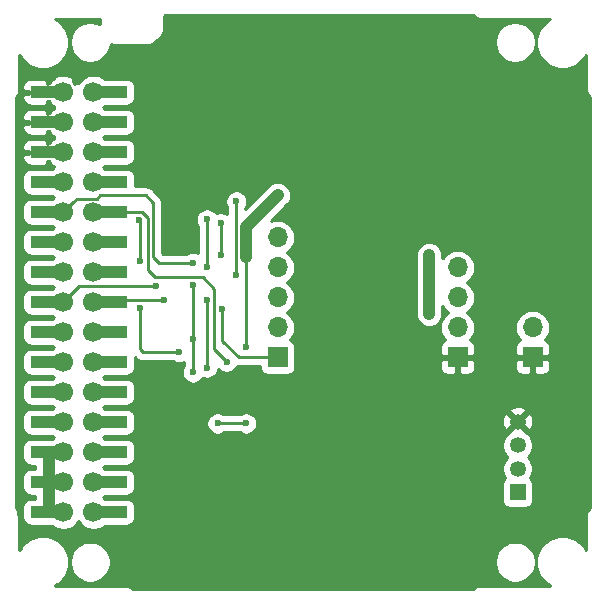
<source format=gbl>
G04 #@! TF.GenerationSoftware,KiCad,Pcbnew,(5.1.4)-1*
G04 #@! TF.CreationDate,2020-04-17T11:09:56+09:00*
G04 #@! TF.ProjectId,M5_Atom2Mbus,4d355f41-746f-46d3-924d-6275732e6b69,v0.1*
G04 #@! TF.SameCoordinates,Original*
G04 #@! TF.FileFunction,Copper,L2,Bot*
G04 #@! TF.FilePolarity,Positive*
%FSLAX46Y46*%
G04 Gerber Fmt 4.6, Leading zero omitted, Abs format (unit mm)*
G04 Created by KiCad (PCBNEW (5.1.4)-1) date 2020-04-17 11:09:56*
%MOMM*%
%LPD*%
G04 APERTURE LIST*
%ADD10R,3.150000X1.000000*%
%ADD11C,0.800000*%
%ADD12C,1.700000*%
%ADD13R,1.700000X1.700000*%
%ADD14O,1.700000X1.700000*%
%ADD15R,1.350000X1.350000*%
%ADD16C,1.350000*%
%ADD17C,0.600000*%
%ADD18C,1.000000*%
%ADD19C,0.250000*%
%ADD20C,0.254000*%
G04 APERTURE END LIST*
D10*
X107475000Y-90220000D03*
D11*
X106825000Y-90220000D03*
D10*
X112555000Y-90220000D03*
X107475000Y-92760000D03*
X112555000Y-92760000D03*
X107475000Y-95300000D03*
X112555000Y-95300000D03*
X107475000Y-97840000D03*
X112555000Y-97840000D03*
X107475000Y-100380000D03*
X112555000Y-100380000D03*
X107475000Y-102920000D03*
X112555000Y-102920000D03*
X107475000Y-105460000D03*
X112555000Y-105460000D03*
X107475000Y-108000000D03*
X112555000Y-108000000D03*
X107475000Y-110540000D03*
X112555000Y-110540000D03*
X107475000Y-113080000D03*
X112555000Y-113080000D03*
X107475000Y-115620000D03*
X112555000Y-115620000D03*
X107475000Y-118160000D03*
X112555000Y-118160000D03*
X107475000Y-120700000D03*
X112555000Y-120700000D03*
X107475000Y-123240000D03*
X112555000Y-123240000D03*
X107475000Y-125780000D03*
X112555000Y-125780000D03*
D11*
X106825000Y-92760000D03*
X106825000Y-95300000D03*
X106825000Y-97840000D03*
X106825000Y-100380000D03*
X106825000Y-102920000D03*
X106825000Y-105460000D03*
X106825000Y-108000000D03*
X106825000Y-110540000D03*
X106825000Y-113080000D03*
X106825000Y-115620000D03*
X106825000Y-118160000D03*
X106825000Y-120700000D03*
X106825000Y-123240000D03*
X106825000Y-125780000D03*
X113175000Y-90220000D03*
X113175000Y-92760000D03*
X113175000Y-95300000D03*
X113175000Y-97840000D03*
X113175000Y-100380000D03*
X113175000Y-102920000D03*
X113175000Y-105460000D03*
X113175000Y-108000000D03*
X113175000Y-110540000D03*
X113175000Y-113080000D03*
X113175000Y-115620000D03*
X113175000Y-118160000D03*
X113175000Y-120700000D03*
X113175000Y-123240000D03*
X113175000Y-125780000D03*
D12*
X108730000Y-90220000D03*
X111270000Y-90220000D03*
X108730000Y-92760000D03*
X111270000Y-92760000D03*
X108730000Y-95300000D03*
X111270000Y-95300000D03*
X108730000Y-97840000D03*
X111270000Y-97840000D03*
X108730000Y-100380000D03*
X111270000Y-100380000D03*
X108730000Y-102920000D03*
X111270000Y-102920000D03*
X108730000Y-105460000D03*
X111270000Y-105460000D03*
X108730000Y-108000000D03*
X111270000Y-108000000D03*
X108730000Y-110540000D03*
X111270000Y-110540000D03*
X108730000Y-113080000D03*
X111270000Y-113080000D03*
X108730000Y-115620000D03*
X111270000Y-115620000D03*
X108730000Y-118160000D03*
X111270000Y-118160000D03*
X108730000Y-120700000D03*
X111270000Y-120700000D03*
X108730000Y-123240000D03*
X111270000Y-123240000D03*
X108730000Y-125780000D03*
X111270000Y-125780000D03*
D13*
X126860000Y-112680000D03*
D14*
X126860000Y-110140000D03*
X126860000Y-107600000D03*
X126860000Y-105060000D03*
X126860000Y-102520000D03*
D13*
X142100000Y-112680000D03*
D14*
X142100000Y-110140000D03*
X142100000Y-107600000D03*
X142100000Y-105060000D03*
D15*
X147180000Y-124110000D03*
D16*
X147180000Y-122110000D03*
X147180000Y-120110000D03*
X147180000Y-118110000D03*
D13*
X148450000Y-112680000D03*
D14*
X148450000Y-110140000D03*
D17*
X121780000Y-89820000D03*
X126860000Y-89820000D03*
X116700000Y-130460000D03*
X121780000Y-130460000D03*
X126860000Y-130460000D03*
X131940000Y-130460000D03*
X137020000Y-130460000D03*
X142100000Y-115220000D03*
X142100000Y-130460000D03*
X126860000Y-125380000D03*
X126860000Y-120300000D03*
X126860000Y-115220000D03*
X131940000Y-115220000D03*
X131940000Y-120300000D03*
X131940000Y-110140000D03*
X137020000Y-110140000D03*
X137020000Y-115220000D03*
X137020000Y-120300000D03*
X137020000Y-125380000D03*
X121780000Y-125380000D03*
X121780000Y-94900000D03*
X121780000Y-84740000D03*
X126860000Y-84740000D03*
X147180000Y-115220000D03*
X116700000Y-89820000D03*
X116700000Y-94900000D03*
X131940000Y-84740000D03*
X137020000Y-84740000D03*
X142100000Y-84740000D03*
X129400000Y-97440000D03*
X134480000Y-97440000D03*
X139560000Y-97440000D03*
X134480000Y-102520000D03*
X127622000Y-94392000D03*
X140068000Y-94900000D03*
X140576000Y-93376000D03*
X145402000Y-104044000D03*
X148958000Y-104298000D03*
X152260000Y-115220000D03*
X152260000Y-120300000D03*
X152260000Y-125380000D03*
X152260000Y-105060000D03*
X152260000Y-99980000D03*
X152260000Y-94900000D03*
X152260000Y-92360000D03*
X105016000Y-120300000D03*
X105016000Y-125888000D03*
X105016000Y-116998000D03*
X105016000Y-114458000D03*
X105016000Y-96424000D03*
X105270000Y-88550000D03*
X121780000Y-118268000D03*
X126860000Y-98956000D03*
X124193000Y-104171000D03*
X124193000Y-111791000D03*
X124193000Y-118268000D03*
X139687000Y-108997000D03*
X139687000Y-104044000D03*
X119696999Y-113950000D03*
X119684500Y-111156000D03*
X119684500Y-106584000D03*
X119684500Y-104679000D03*
X115176000Y-108459000D03*
X115176000Y-104552000D03*
X115160262Y-101011738D03*
X118541500Y-112235500D03*
X122131000Y-108616000D03*
X116543000Y-106647500D03*
X120906999Y-113539000D03*
X120906999Y-107854000D03*
X117208000Y-107854000D03*
X120891000Y-105060000D03*
X120891000Y-100996000D03*
X122034000Y-101313500D03*
X122034000Y-104044000D03*
X123367500Y-105695000D03*
X123367500Y-99472000D03*
X122557000Y-113046000D03*
D18*
X107475000Y-120700000D02*
X107475000Y-125780000D01*
X124193000Y-101623000D02*
X126860000Y-98956000D01*
X124193000Y-104171000D02*
X124193000Y-101623000D01*
D19*
X124193000Y-104171000D02*
X124193000Y-111791000D01*
X124193000Y-118268000D02*
X121780000Y-118268000D01*
D18*
X139687000Y-108997000D02*
X139687000Y-104044000D01*
D19*
X119696999Y-113950000D02*
X119696999Y-111168499D01*
X119696999Y-111168499D02*
X119684500Y-111156000D01*
X119684500Y-111156000D02*
X119684500Y-106584000D01*
X109579999Y-99530001D02*
X108730000Y-100380000D01*
X109885001Y-99224999D02*
X109579999Y-99530001D01*
X111594403Y-99224999D02*
X109885001Y-99224999D01*
X116827000Y-104679000D02*
X116304510Y-104156510D01*
X119684500Y-104679000D02*
X116827000Y-104679000D01*
X116304510Y-104156510D02*
X116304510Y-99599000D01*
X116304510Y-99599000D02*
X115747500Y-98964000D01*
X115747500Y-98964000D02*
X111855402Y-98964000D01*
X111855402Y-98964000D02*
X111594403Y-99224999D01*
X115176000Y-104552000D02*
X115176000Y-101027476D01*
X115176000Y-101027476D02*
X115160262Y-101011738D01*
X118541500Y-112235500D02*
X115430000Y-112235500D01*
X115176000Y-111981500D02*
X115176000Y-108459000D01*
X115430000Y-112235500D02*
X115176000Y-111981500D01*
X126860000Y-112680000D02*
X125760000Y-112680000D01*
X125760000Y-112680000D02*
X123558000Y-112680000D01*
X123558000Y-112680000D02*
X122131000Y-111253000D01*
X122131000Y-111253000D02*
X122131000Y-108616000D01*
X110082500Y-106647500D02*
X108730000Y-108000000D01*
X116543000Y-106647500D02*
X110082500Y-106647500D01*
X120906999Y-113539000D02*
X120906999Y-107854000D01*
X113321000Y-107854000D02*
X113175000Y-108000000D01*
X117208000Y-107854000D02*
X113321000Y-107854000D01*
X120891000Y-105060000D02*
X120891000Y-100996000D01*
X122034000Y-101313500D02*
X122034000Y-104044000D01*
X123367500Y-99896264D02*
X123367500Y-105695000D01*
X123367500Y-99472000D02*
X123367500Y-99896264D01*
X122557000Y-113046000D02*
X121526000Y-112015000D01*
X122257001Y-112746001D02*
X122557000Y-113046000D01*
X121512000Y-112001000D02*
X122257001Y-112746001D01*
X121512000Y-106887500D02*
X121512000Y-112001000D01*
X113175000Y-100380000D02*
X115423926Y-100380000D01*
X115874500Y-100830574D02*
X115874500Y-105314000D01*
X115874500Y-105314000D02*
X116446000Y-105885500D01*
X116446000Y-105885500D02*
X120510000Y-105885500D01*
X115423926Y-100380000D02*
X115874500Y-100830574D01*
X120510000Y-105885500D02*
X121512000Y-106887500D01*
D20*
G36*
X143473288Y-83777379D02*
G01*
X143495525Y-83804475D01*
X143603637Y-83893200D01*
X143726980Y-83959128D01*
X143860816Y-83999727D01*
X143965123Y-84010000D01*
X143965124Y-84010000D01*
X143999999Y-84013435D01*
X144034874Y-84010000D01*
X149963950Y-84010000D01*
X149941331Y-84019369D01*
X149575271Y-84263962D01*
X149263962Y-84575271D01*
X149019369Y-84941331D01*
X148850890Y-85348075D01*
X148765000Y-85779872D01*
X148765000Y-86220128D01*
X148850890Y-86651925D01*
X149019369Y-87058669D01*
X149263962Y-87424729D01*
X149575271Y-87736038D01*
X149941331Y-87980631D01*
X150348075Y-88149110D01*
X150779872Y-88235000D01*
X151220128Y-88235000D01*
X151651925Y-88149110D01*
X152058669Y-87980631D01*
X152424729Y-87736038D01*
X152736038Y-87424729D01*
X152980631Y-87058669D01*
X152990000Y-87036050D01*
X152990001Y-89965115D01*
X152986565Y-90000000D01*
X153000274Y-90139184D01*
X153040872Y-90273019D01*
X153075326Y-90337477D01*
X153106801Y-90396363D01*
X153195526Y-90504475D01*
X153222617Y-90526708D01*
X153290000Y-90594091D01*
X153290001Y-125405908D01*
X153222617Y-125473292D01*
X153195525Y-125495526D01*
X153106800Y-125603638D01*
X153040872Y-125726981D01*
X153000273Y-125860817D01*
X152998193Y-125881939D01*
X152986565Y-126000000D01*
X152990000Y-126034875D01*
X152990001Y-128963952D01*
X152980631Y-128941331D01*
X152736038Y-128575271D01*
X152424729Y-128263962D01*
X152058669Y-128019369D01*
X151651925Y-127850890D01*
X151220128Y-127765000D01*
X150779872Y-127765000D01*
X150348075Y-127850890D01*
X149941331Y-128019369D01*
X149575271Y-128263962D01*
X149263962Y-128575271D01*
X149019369Y-128941331D01*
X148850890Y-129348075D01*
X148765000Y-129779872D01*
X148765000Y-130220128D01*
X148850890Y-130651925D01*
X149019369Y-131058669D01*
X149263962Y-131424729D01*
X149575271Y-131736038D01*
X149941331Y-131980631D01*
X149963950Y-131990000D01*
X144034874Y-131990000D01*
X143999999Y-131986565D01*
X143965124Y-131990000D01*
X143965123Y-131990000D01*
X143860816Y-132000273D01*
X143726980Y-132040872D01*
X143603637Y-132106800D01*
X143495525Y-132195525D01*
X143473288Y-132222621D01*
X143405909Y-132290000D01*
X114594091Y-132290000D01*
X114526712Y-132222621D01*
X114504475Y-132195525D01*
X114396363Y-132106800D01*
X114273020Y-132040872D01*
X114139184Y-132000273D01*
X114034877Y-131990000D01*
X114034875Y-131990000D01*
X114000000Y-131986565D01*
X113965125Y-131990000D01*
X108036050Y-131990000D01*
X108058669Y-131980631D01*
X108424729Y-131736038D01*
X108736038Y-131424729D01*
X108980631Y-131058669D01*
X109149110Y-130651925D01*
X109235000Y-130220128D01*
X109235000Y-129829117D01*
X109265000Y-129829117D01*
X109265000Y-130170883D01*
X109331675Y-130506081D01*
X109462463Y-130821831D01*
X109652337Y-131105998D01*
X109894002Y-131347663D01*
X110178169Y-131537537D01*
X110493919Y-131668325D01*
X110829117Y-131735000D01*
X111170883Y-131735000D01*
X111506081Y-131668325D01*
X111821831Y-131537537D01*
X112105998Y-131347663D01*
X112347663Y-131105998D01*
X112537537Y-130821831D01*
X112668325Y-130506081D01*
X112735000Y-130170883D01*
X112735000Y-129829117D01*
X145265000Y-129829117D01*
X145265000Y-130170883D01*
X145331675Y-130506081D01*
X145462463Y-130821831D01*
X145652337Y-131105998D01*
X145894002Y-131347663D01*
X146178169Y-131537537D01*
X146493919Y-131668325D01*
X146829117Y-131735000D01*
X147170883Y-131735000D01*
X147506081Y-131668325D01*
X147821831Y-131537537D01*
X148105998Y-131347663D01*
X148347663Y-131105998D01*
X148537537Y-130821831D01*
X148668325Y-130506081D01*
X148735000Y-130170883D01*
X148735000Y-129829117D01*
X148668325Y-129493919D01*
X148537537Y-129178169D01*
X148347663Y-128894002D01*
X148105998Y-128652337D01*
X147821831Y-128462463D01*
X147506081Y-128331675D01*
X147170883Y-128265000D01*
X146829117Y-128265000D01*
X146493919Y-128331675D01*
X146178169Y-128462463D01*
X145894002Y-128652337D01*
X145652337Y-128894002D01*
X145462463Y-129178169D01*
X145331675Y-129493919D01*
X145265000Y-129829117D01*
X112735000Y-129829117D01*
X112668325Y-129493919D01*
X112537537Y-129178169D01*
X112347663Y-128894002D01*
X112105998Y-128652337D01*
X111821831Y-128462463D01*
X111506081Y-128331675D01*
X111170883Y-128265000D01*
X110829117Y-128265000D01*
X110493919Y-128331675D01*
X110178169Y-128462463D01*
X109894002Y-128652337D01*
X109652337Y-128894002D01*
X109462463Y-129178169D01*
X109331675Y-129493919D01*
X109265000Y-129829117D01*
X109235000Y-129829117D01*
X109235000Y-129779872D01*
X109149110Y-129348075D01*
X108980631Y-128941331D01*
X108736038Y-128575271D01*
X108424729Y-128263962D01*
X108058669Y-128019369D01*
X107651925Y-127850890D01*
X107220128Y-127765000D01*
X106779872Y-127765000D01*
X106348075Y-127850890D01*
X105941331Y-128019369D01*
X105575271Y-128263962D01*
X105263962Y-128575271D01*
X105019369Y-128941331D01*
X105010000Y-128963950D01*
X105010000Y-126034874D01*
X105013435Y-125999999D01*
X105001807Y-125881939D01*
X104999727Y-125860816D01*
X104959128Y-125726980D01*
X104893200Y-125603637D01*
X104804475Y-125495525D01*
X104777379Y-125473288D01*
X104710000Y-125405909D01*
X104710000Y-90594091D01*
X104777379Y-90526712D01*
X104804475Y-90504475D01*
X104893200Y-90396363D01*
X104959128Y-90273020D01*
X104999727Y-90139184D01*
X105010000Y-90034877D01*
X105010000Y-90034876D01*
X105013435Y-90000001D01*
X105010000Y-89965126D01*
X105010000Y-89720000D01*
X105261928Y-89720000D01*
X105265000Y-89934250D01*
X105423750Y-90093000D01*
X105793692Y-90093000D01*
X105791649Y-90102523D01*
X105788587Y-90306377D01*
X105796035Y-90347000D01*
X105423750Y-90347000D01*
X105265000Y-90505750D01*
X105261928Y-90720000D01*
X105274188Y-90844482D01*
X105310498Y-90964180D01*
X105369463Y-91074494D01*
X105448815Y-91171185D01*
X105545506Y-91250537D01*
X105655820Y-91309502D01*
X105775518Y-91345812D01*
X105900000Y-91358072D01*
X107189250Y-91355000D01*
X107348000Y-91196250D01*
X107348000Y-90960562D01*
X107351836Y-90926444D01*
X107470158Y-91044766D01*
X107506839Y-91008085D01*
X107602000Y-91037746D01*
X107602000Y-91196250D01*
X107760750Y-91355000D01*
X107914550Y-91355366D01*
X107956514Y-91490000D01*
X107914550Y-91624634D01*
X107760750Y-91625000D01*
X107602000Y-91783750D01*
X107602000Y-91942254D01*
X107506839Y-91971915D01*
X107470158Y-91935234D01*
X107351836Y-92053556D01*
X107348000Y-92019438D01*
X107348000Y-91783750D01*
X107189250Y-91625000D01*
X105900000Y-91621928D01*
X105775518Y-91634188D01*
X105655820Y-91670498D01*
X105545506Y-91729463D01*
X105448815Y-91808815D01*
X105369463Y-91905506D01*
X105310498Y-92015820D01*
X105274188Y-92135518D01*
X105261928Y-92260000D01*
X105265000Y-92474250D01*
X105423750Y-92633000D01*
X105793692Y-92633000D01*
X105791649Y-92642523D01*
X105788587Y-92846377D01*
X105796035Y-92887000D01*
X105423750Y-92887000D01*
X105265000Y-93045750D01*
X105261928Y-93260000D01*
X105274188Y-93384482D01*
X105310498Y-93504180D01*
X105369463Y-93614494D01*
X105448815Y-93711185D01*
X105545506Y-93790537D01*
X105655820Y-93849502D01*
X105775518Y-93885812D01*
X105900000Y-93898072D01*
X107189250Y-93895000D01*
X107348000Y-93736250D01*
X107348000Y-93500562D01*
X107351836Y-93466444D01*
X107470158Y-93584766D01*
X107506839Y-93548085D01*
X107602000Y-93577746D01*
X107602000Y-93736250D01*
X107760750Y-93895000D01*
X107914550Y-93895366D01*
X107956514Y-94030000D01*
X107914550Y-94164634D01*
X107760750Y-94165000D01*
X107602000Y-94323750D01*
X107602000Y-94482254D01*
X107506839Y-94511915D01*
X107470158Y-94475234D01*
X107351836Y-94593556D01*
X107348000Y-94559438D01*
X107348000Y-94323750D01*
X107189250Y-94165000D01*
X105900000Y-94161928D01*
X105775518Y-94174188D01*
X105655820Y-94210498D01*
X105545506Y-94269463D01*
X105448815Y-94348815D01*
X105369463Y-94445506D01*
X105310498Y-94555820D01*
X105274188Y-94675518D01*
X105261928Y-94800000D01*
X105265000Y-95014250D01*
X105423750Y-95173000D01*
X105793692Y-95173000D01*
X105791649Y-95182523D01*
X105788587Y-95386377D01*
X105796035Y-95427000D01*
X105423750Y-95427000D01*
X105265000Y-95585750D01*
X105261928Y-95800000D01*
X105274188Y-95924482D01*
X105310498Y-96044180D01*
X105369463Y-96154494D01*
X105448815Y-96251185D01*
X105545506Y-96330537D01*
X105655820Y-96389502D01*
X105775518Y-96425812D01*
X105900000Y-96438072D01*
X107189250Y-96435000D01*
X107348000Y-96276250D01*
X107348000Y-96040562D01*
X107351836Y-96006444D01*
X107470158Y-96124766D01*
X107506839Y-96088085D01*
X107602000Y-96117746D01*
X107602000Y-96276250D01*
X107760750Y-96435000D01*
X107914550Y-96435366D01*
X107956729Y-96570689D01*
X107783368Y-96686525D01*
X107767965Y-96701928D01*
X105900000Y-96701928D01*
X105775518Y-96714188D01*
X105655820Y-96750498D01*
X105545506Y-96809463D01*
X105448815Y-96888815D01*
X105369463Y-96985506D01*
X105310498Y-97095820D01*
X105274188Y-97215518D01*
X105261928Y-97340000D01*
X105261928Y-98340000D01*
X105274188Y-98464482D01*
X105310498Y-98584180D01*
X105369463Y-98694494D01*
X105448815Y-98791185D01*
X105545506Y-98870537D01*
X105655820Y-98929502D01*
X105775518Y-98965812D01*
X105900000Y-98978072D01*
X107767965Y-98978072D01*
X107783368Y-98993475D01*
X107957760Y-99110000D01*
X107783368Y-99226525D01*
X107767965Y-99241928D01*
X105900000Y-99241928D01*
X105775518Y-99254188D01*
X105655820Y-99290498D01*
X105545506Y-99349463D01*
X105448815Y-99428815D01*
X105369463Y-99525506D01*
X105310498Y-99635820D01*
X105274188Y-99755518D01*
X105261928Y-99880000D01*
X105261928Y-100880000D01*
X105274188Y-101004482D01*
X105310498Y-101124180D01*
X105369463Y-101234494D01*
X105448815Y-101331185D01*
X105545506Y-101410537D01*
X105655820Y-101469502D01*
X105775518Y-101505812D01*
X105900000Y-101518072D01*
X107767965Y-101518072D01*
X107783368Y-101533475D01*
X107957760Y-101650000D01*
X107783368Y-101766525D01*
X107767965Y-101781928D01*
X105900000Y-101781928D01*
X105775518Y-101794188D01*
X105655820Y-101830498D01*
X105545506Y-101889463D01*
X105448815Y-101968815D01*
X105369463Y-102065506D01*
X105310498Y-102175820D01*
X105274188Y-102295518D01*
X105261928Y-102420000D01*
X105261928Y-103420000D01*
X105274188Y-103544482D01*
X105310498Y-103664180D01*
X105369463Y-103774494D01*
X105448815Y-103871185D01*
X105545506Y-103950537D01*
X105655820Y-104009502D01*
X105775518Y-104045812D01*
X105900000Y-104058072D01*
X107767965Y-104058072D01*
X107783368Y-104073475D01*
X107957760Y-104190000D01*
X107783368Y-104306525D01*
X107767965Y-104321928D01*
X105900000Y-104321928D01*
X105775518Y-104334188D01*
X105655820Y-104370498D01*
X105545506Y-104429463D01*
X105448815Y-104508815D01*
X105369463Y-104605506D01*
X105310498Y-104715820D01*
X105274188Y-104835518D01*
X105261928Y-104960000D01*
X105261928Y-105960000D01*
X105274188Y-106084482D01*
X105310498Y-106204180D01*
X105369463Y-106314494D01*
X105448815Y-106411185D01*
X105545506Y-106490537D01*
X105655820Y-106549502D01*
X105775518Y-106585812D01*
X105900000Y-106598072D01*
X107767965Y-106598072D01*
X107783368Y-106613475D01*
X107957760Y-106730000D01*
X107783368Y-106846525D01*
X107767965Y-106861928D01*
X105900000Y-106861928D01*
X105775518Y-106874188D01*
X105655820Y-106910498D01*
X105545506Y-106969463D01*
X105448815Y-107048815D01*
X105369463Y-107145506D01*
X105310498Y-107255820D01*
X105274188Y-107375518D01*
X105261928Y-107500000D01*
X105261928Y-108500000D01*
X105274188Y-108624482D01*
X105310498Y-108744180D01*
X105369463Y-108854494D01*
X105448815Y-108951185D01*
X105545506Y-109030537D01*
X105655820Y-109089502D01*
X105775518Y-109125812D01*
X105900000Y-109138072D01*
X107767965Y-109138072D01*
X107783368Y-109153475D01*
X107957760Y-109270000D01*
X107783368Y-109386525D01*
X107767965Y-109401928D01*
X105900000Y-109401928D01*
X105775518Y-109414188D01*
X105655820Y-109450498D01*
X105545506Y-109509463D01*
X105448815Y-109588815D01*
X105369463Y-109685506D01*
X105310498Y-109795820D01*
X105274188Y-109915518D01*
X105261928Y-110040000D01*
X105261928Y-111040000D01*
X105274188Y-111164482D01*
X105310498Y-111284180D01*
X105369463Y-111394494D01*
X105448815Y-111491185D01*
X105545506Y-111570537D01*
X105655820Y-111629502D01*
X105775518Y-111665812D01*
X105900000Y-111678072D01*
X107767965Y-111678072D01*
X107783368Y-111693475D01*
X107957760Y-111810000D01*
X107783368Y-111926525D01*
X107767965Y-111941928D01*
X105900000Y-111941928D01*
X105775518Y-111954188D01*
X105655820Y-111990498D01*
X105545506Y-112049463D01*
X105448815Y-112128815D01*
X105369463Y-112225506D01*
X105310498Y-112335820D01*
X105274188Y-112455518D01*
X105261928Y-112580000D01*
X105261928Y-113580000D01*
X105274188Y-113704482D01*
X105310498Y-113824180D01*
X105369463Y-113934494D01*
X105448815Y-114031185D01*
X105545506Y-114110537D01*
X105655820Y-114169502D01*
X105775518Y-114205812D01*
X105900000Y-114218072D01*
X107767965Y-114218072D01*
X107783368Y-114233475D01*
X107957760Y-114350000D01*
X107783368Y-114466525D01*
X107767965Y-114481928D01*
X105900000Y-114481928D01*
X105775518Y-114494188D01*
X105655820Y-114530498D01*
X105545506Y-114589463D01*
X105448815Y-114668815D01*
X105369463Y-114765506D01*
X105310498Y-114875820D01*
X105274188Y-114995518D01*
X105261928Y-115120000D01*
X105261928Y-116120000D01*
X105274188Y-116244482D01*
X105310498Y-116364180D01*
X105369463Y-116474494D01*
X105448815Y-116571185D01*
X105545506Y-116650537D01*
X105655820Y-116709502D01*
X105775518Y-116745812D01*
X105900000Y-116758072D01*
X107767965Y-116758072D01*
X107783368Y-116773475D01*
X107957760Y-116890000D01*
X107783368Y-117006525D01*
X107767965Y-117021928D01*
X105900000Y-117021928D01*
X105775518Y-117034188D01*
X105655820Y-117070498D01*
X105545506Y-117129463D01*
X105448815Y-117208815D01*
X105369463Y-117305506D01*
X105310498Y-117415820D01*
X105274188Y-117535518D01*
X105261928Y-117660000D01*
X105261928Y-118660000D01*
X105274188Y-118784482D01*
X105310498Y-118904180D01*
X105369463Y-119014494D01*
X105448815Y-119111185D01*
X105545506Y-119190537D01*
X105655820Y-119249502D01*
X105775518Y-119285812D01*
X105900000Y-119298072D01*
X107767965Y-119298072D01*
X107783368Y-119313475D01*
X107957760Y-119430000D01*
X107783368Y-119546525D01*
X107767965Y-119561928D01*
X107499561Y-119561928D01*
X107475000Y-119559509D01*
X107450439Y-119561928D01*
X105900000Y-119561928D01*
X105775518Y-119574188D01*
X105655820Y-119610498D01*
X105545506Y-119669463D01*
X105448815Y-119748815D01*
X105369463Y-119845506D01*
X105310498Y-119955820D01*
X105274188Y-120075518D01*
X105261928Y-120200000D01*
X105261928Y-121200000D01*
X105274188Y-121324482D01*
X105310498Y-121444180D01*
X105369463Y-121554494D01*
X105448815Y-121651185D01*
X105545506Y-121730537D01*
X105655820Y-121789502D01*
X105775518Y-121825812D01*
X105900000Y-121838072D01*
X106340000Y-121838072D01*
X106340000Y-122101928D01*
X105900000Y-122101928D01*
X105775518Y-122114188D01*
X105655820Y-122150498D01*
X105545506Y-122209463D01*
X105448815Y-122288815D01*
X105369463Y-122385506D01*
X105310498Y-122495820D01*
X105274188Y-122615518D01*
X105261928Y-122740000D01*
X105261928Y-123740000D01*
X105274188Y-123864482D01*
X105310498Y-123984180D01*
X105369463Y-124094494D01*
X105448815Y-124191185D01*
X105545506Y-124270537D01*
X105655820Y-124329502D01*
X105775518Y-124365812D01*
X105900000Y-124378072D01*
X106340001Y-124378072D01*
X106340001Y-124641928D01*
X105900000Y-124641928D01*
X105775518Y-124654188D01*
X105655820Y-124690498D01*
X105545506Y-124749463D01*
X105448815Y-124828815D01*
X105369463Y-124925506D01*
X105310498Y-125035820D01*
X105274188Y-125155518D01*
X105261928Y-125280000D01*
X105261928Y-126280000D01*
X105274188Y-126404482D01*
X105310498Y-126524180D01*
X105369463Y-126634494D01*
X105448815Y-126731185D01*
X105545506Y-126810537D01*
X105655820Y-126869502D01*
X105775518Y-126905812D01*
X105900000Y-126918072D01*
X107450439Y-126918072D01*
X107475000Y-126920491D01*
X107499561Y-126918072D01*
X107767965Y-126918072D01*
X107783368Y-126933475D01*
X108026589Y-127095990D01*
X108296842Y-127207932D01*
X108583740Y-127265000D01*
X108876260Y-127265000D01*
X109163158Y-127207932D01*
X109433411Y-127095990D01*
X109676632Y-126933475D01*
X109883475Y-126726632D01*
X110000000Y-126552240D01*
X110116525Y-126726632D01*
X110323368Y-126933475D01*
X110566589Y-127095990D01*
X110836842Y-127207932D01*
X111123740Y-127265000D01*
X111416260Y-127265000D01*
X111703158Y-127207932D01*
X111973411Y-127095990D01*
X112216632Y-126933475D01*
X112232035Y-126918072D01*
X114130000Y-126918072D01*
X114254482Y-126905812D01*
X114374180Y-126869502D01*
X114484494Y-126810537D01*
X114581185Y-126731185D01*
X114660537Y-126634494D01*
X114719502Y-126524180D01*
X114755812Y-126404482D01*
X114768072Y-126280000D01*
X114768072Y-125280000D01*
X114755812Y-125155518D01*
X114719502Y-125035820D01*
X114660537Y-124925506D01*
X114581185Y-124828815D01*
X114484494Y-124749463D01*
X114374180Y-124690498D01*
X114254482Y-124654188D01*
X114130000Y-124641928D01*
X112232035Y-124641928D01*
X112216632Y-124626525D01*
X112042240Y-124510000D01*
X112216632Y-124393475D01*
X112232035Y-124378072D01*
X114130000Y-124378072D01*
X114254482Y-124365812D01*
X114374180Y-124329502D01*
X114484494Y-124270537D01*
X114581185Y-124191185D01*
X114660537Y-124094494D01*
X114719502Y-123984180D01*
X114755812Y-123864482D01*
X114768072Y-123740000D01*
X114768072Y-123435000D01*
X145866928Y-123435000D01*
X145866928Y-124785000D01*
X145879188Y-124909482D01*
X145915498Y-125029180D01*
X145974463Y-125139494D01*
X146053815Y-125236185D01*
X146150506Y-125315537D01*
X146260820Y-125374502D01*
X146380518Y-125410812D01*
X146505000Y-125423072D01*
X147855000Y-125423072D01*
X147979482Y-125410812D01*
X148099180Y-125374502D01*
X148209494Y-125315537D01*
X148306185Y-125236185D01*
X148385537Y-125139494D01*
X148444502Y-125029180D01*
X148480812Y-124909482D01*
X148493072Y-124785000D01*
X148493072Y-123435000D01*
X148480812Y-123310518D01*
X148444502Y-123190820D01*
X148385537Y-123080506D01*
X148306185Y-122983815D01*
X148219303Y-122912513D01*
X148340907Y-122730518D01*
X148439658Y-122492113D01*
X148490000Y-122239024D01*
X148490000Y-121980976D01*
X148439658Y-121727887D01*
X148340907Y-121489482D01*
X148197544Y-121274923D01*
X148032621Y-121110000D01*
X148197544Y-120945077D01*
X148340907Y-120730518D01*
X148439658Y-120492113D01*
X148490000Y-120239024D01*
X148490000Y-119980976D01*
X148439658Y-119727887D01*
X148340907Y-119489482D01*
X148197544Y-119274923D01*
X148015077Y-119092456D01*
X147902809Y-119017441D01*
X147903795Y-119013400D01*
X147180000Y-118289605D01*
X146456205Y-119013400D01*
X146457191Y-119017441D01*
X146344923Y-119092456D01*
X146162456Y-119274923D01*
X146019093Y-119489482D01*
X145920342Y-119727887D01*
X145870000Y-119980976D01*
X145870000Y-120239024D01*
X145920342Y-120492113D01*
X146019093Y-120730518D01*
X146162456Y-120945077D01*
X146327379Y-121110000D01*
X146162456Y-121274923D01*
X146019093Y-121489482D01*
X145920342Y-121727887D01*
X145870000Y-121980976D01*
X145870000Y-122239024D01*
X145920342Y-122492113D01*
X146019093Y-122730518D01*
X146140697Y-122912513D01*
X146053815Y-122983815D01*
X145974463Y-123080506D01*
X145915498Y-123190820D01*
X145879188Y-123310518D01*
X145866928Y-123435000D01*
X114768072Y-123435000D01*
X114768072Y-122740000D01*
X114755812Y-122615518D01*
X114719502Y-122495820D01*
X114660537Y-122385506D01*
X114581185Y-122288815D01*
X114484494Y-122209463D01*
X114374180Y-122150498D01*
X114254482Y-122114188D01*
X114130000Y-122101928D01*
X112232035Y-122101928D01*
X112216632Y-122086525D01*
X112042240Y-121970000D01*
X112216632Y-121853475D01*
X112232035Y-121838072D01*
X114130000Y-121838072D01*
X114254482Y-121825812D01*
X114374180Y-121789502D01*
X114484494Y-121730537D01*
X114581185Y-121651185D01*
X114660537Y-121554494D01*
X114719502Y-121444180D01*
X114755812Y-121324482D01*
X114768072Y-121200000D01*
X114768072Y-120200000D01*
X114755812Y-120075518D01*
X114719502Y-119955820D01*
X114660537Y-119845506D01*
X114581185Y-119748815D01*
X114484494Y-119669463D01*
X114374180Y-119610498D01*
X114254482Y-119574188D01*
X114130000Y-119561928D01*
X112232035Y-119561928D01*
X112216632Y-119546525D01*
X112042240Y-119430000D01*
X112216632Y-119313475D01*
X112232035Y-119298072D01*
X114130000Y-119298072D01*
X114254482Y-119285812D01*
X114374180Y-119249502D01*
X114484494Y-119190537D01*
X114581185Y-119111185D01*
X114660537Y-119014494D01*
X114719502Y-118904180D01*
X114755812Y-118784482D01*
X114768072Y-118660000D01*
X114768072Y-118175911D01*
X120845000Y-118175911D01*
X120845000Y-118360089D01*
X120880932Y-118540729D01*
X120951414Y-118710889D01*
X121053738Y-118864028D01*
X121183972Y-118994262D01*
X121337111Y-119096586D01*
X121507271Y-119167068D01*
X121687911Y-119203000D01*
X121872089Y-119203000D01*
X122052729Y-119167068D01*
X122222889Y-119096586D01*
X122325535Y-119028000D01*
X123647465Y-119028000D01*
X123750111Y-119096586D01*
X123920271Y-119167068D01*
X124100911Y-119203000D01*
X124285089Y-119203000D01*
X124465729Y-119167068D01*
X124635889Y-119096586D01*
X124789028Y-118994262D01*
X124919262Y-118864028D01*
X125021586Y-118710889D01*
X125092068Y-118540729D01*
X125128000Y-118360089D01*
X125128000Y-118185465D01*
X145865826Y-118185465D01*
X145905800Y-118440398D01*
X145994741Y-118682633D01*
X146045379Y-118777370D01*
X146276600Y-118833795D01*
X147000395Y-118110000D01*
X147359605Y-118110000D01*
X148083400Y-118833795D01*
X148314621Y-118777370D01*
X148423017Y-118543192D01*
X148483645Y-118292367D01*
X148494174Y-118034535D01*
X148454200Y-117779602D01*
X148365259Y-117537367D01*
X148314621Y-117442630D01*
X148083400Y-117386205D01*
X147359605Y-118110000D01*
X147000395Y-118110000D01*
X146276600Y-117386205D01*
X146045379Y-117442630D01*
X145936983Y-117676808D01*
X145876355Y-117927633D01*
X145865826Y-118185465D01*
X125128000Y-118185465D01*
X125128000Y-118175911D01*
X125092068Y-117995271D01*
X125021586Y-117825111D01*
X124919262Y-117671972D01*
X124789028Y-117541738D01*
X124635889Y-117439414D01*
X124465729Y-117368932D01*
X124285089Y-117333000D01*
X124100911Y-117333000D01*
X123920271Y-117368932D01*
X123750111Y-117439414D01*
X123647465Y-117508000D01*
X122325535Y-117508000D01*
X122222889Y-117439414D01*
X122052729Y-117368932D01*
X121872089Y-117333000D01*
X121687911Y-117333000D01*
X121507271Y-117368932D01*
X121337111Y-117439414D01*
X121183972Y-117541738D01*
X121053738Y-117671972D01*
X120951414Y-117825111D01*
X120880932Y-117995271D01*
X120845000Y-118175911D01*
X114768072Y-118175911D01*
X114768072Y-117660000D01*
X114755812Y-117535518D01*
X114719502Y-117415820D01*
X114660537Y-117305506D01*
X114581185Y-117208815D01*
X114578487Y-117206600D01*
X146456205Y-117206600D01*
X147180000Y-117930395D01*
X147903795Y-117206600D01*
X147847370Y-116975379D01*
X147613192Y-116866983D01*
X147362367Y-116806355D01*
X147104535Y-116795826D01*
X146849602Y-116835800D01*
X146607367Y-116924741D01*
X146512630Y-116975379D01*
X146456205Y-117206600D01*
X114578487Y-117206600D01*
X114484494Y-117129463D01*
X114374180Y-117070498D01*
X114254482Y-117034188D01*
X114130000Y-117021928D01*
X112232035Y-117021928D01*
X112216632Y-117006525D01*
X112042240Y-116890000D01*
X112216632Y-116773475D01*
X112232035Y-116758072D01*
X114130000Y-116758072D01*
X114254482Y-116745812D01*
X114374180Y-116709502D01*
X114484494Y-116650537D01*
X114581185Y-116571185D01*
X114660537Y-116474494D01*
X114719502Y-116364180D01*
X114755812Y-116244482D01*
X114768072Y-116120000D01*
X114768072Y-115120000D01*
X114755812Y-114995518D01*
X114719502Y-114875820D01*
X114660537Y-114765506D01*
X114581185Y-114668815D01*
X114484494Y-114589463D01*
X114374180Y-114530498D01*
X114254482Y-114494188D01*
X114130000Y-114481928D01*
X112232035Y-114481928D01*
X112216632Y-114466525D01*
X112042240Y-114350000D01*
X112216632Y-114233475D01*
X112232035Y-114218072D01*
X114130000Y-114218072D01*
X114254482Y-114205812D01*
X114374180Y-114169502D01*
X114484494Y-114110537D01*
X114581185Y-114031185D01*
X114660537Y-113934494D01*
X114719502Y-113824180D01*
X114755812Y-113704482D01*
X114768072Y-113580000D01*
X114768072Y-112648373D01*
X114866196Y-112746497D01*
X114889999Y-112775501D01*
X115005724Y-112870474D01*
X115137753Y-112941046D01*
X115281014Y-112984503D01*
X115392667Y-112995500D01*
X115392676Y-112995500D01*
X115429999Y-112999176D01*
X115467322Y-112995500D01*
X117995965Y-112995500D01*
X118098611Y-113064086D01*
X118268771Y-113134568D01*
X118449411Y-113170500D01*
X118633589Y-113170500D01*
X118814229Y-113134568D01*
X118936999Y-113083715D01*
X118936999Y-113404464D01*
X118868413Y-113507111D01*
X118797931Y-113677271D01*
X118761999Y-113857911D01*
X118761999Y-114042089D01*
X118797931Y-114222729D01*
X118868413Y-114392889D01*
X118970737Y-114546028D01*
X119100971Y-114676262D01*
X119254110Y-114778586D01*
X119424270Y-114849068D01*
X119604910Y-114885000D01*
X119789088Y-114885000D01*
X119969728Y-114849068D01*
X120139888Y-114778586D01*
X120293027Y-114676262D01*
X120423261Y-114546028D01*
X120525501Y-114393015D01*
X120634270Y-114438068D01*
X120814910Y-114474000D01*
X120999088Y-114474000D01*
X121179728Y-114438068D01*
X121349888Y-114367586D01*
X121503027Y-114265262D01*
X121633261Y-114135028D01*
X121735585Y-113981889D01*
X121806067Y-113811729D01*
X121838316Y-113649606D01*
X121960972Y-113772262D01*
X122114111Y-113874586D01*
X122284271Y-113945068D01*
X122464911Y-113981000D01*
X122649089Y-113981000D01*
X122829729Y-113945068D01*
X122999889Y-113874586D01*
X123153028Y-113772262D01*
X123283262Y-113642028D01*
X123385586Y-113488889D01*
X123410337Y-113429133D01*
X123520667Y-113440000D01*
X123520675Y-113440000D01*
X123558000Y-113443676D01*
X123595325Y-113440000D01*
X125371928Y-113440000D01*
X125371928Y-113530000D01*
X125384188Y-113654482D01*
X125420498Y-113774180D01*
X125479463Y-113884494D01*
X125558815Y-113981185D01*
X125655506Y-114060537D01*
X125765820Y-114119502D01*
X125885518Y-114155812D01*
X126010000Y-114168072D01*
X127710000Y-114168072D01*
X127834482Y-114155812D01*
X127954180Y-114119502D01*
X128064494Y-114060537D01*
X128161185Y-113981185D01*
X128240537Y-113884494D01*
X128299502Y-113774180D01*
X128335812Y-113654482D01*
X128348072Y-113530000D01*
X140611928Y-113530000D01*
X140624188Y-113654482D01*
X140660498Y-113774180D01*
X140719463Y-113884494D01*
X140798815Y-113981185D01*
X140895506Y-114060537D01*
X141005820Y-114119502D01*
X141125518Y-114155812D01*
X141250000Y-114168072D01*
X141814250Y-114165000D01*
X141973000Y-114006250D01*
X141973000Y-112807000D01*
X142227000Y-112807000D01*
X142227000Y-114006250D01*
X142385750Y-114165000D01*
X142950000Y-114168072D01*
X143074482Y-114155812D01*
X143194180Y-114119502D01*
X143304494Y-114060537D01*
X143401185Y-113981185D01*
X143480537Y-113884494D01*
X143539502Y-113774180D01*
X143575812Y-113654482D01*
X143588072Y-113530000D01*
X146961928Y-113530000D01*
X146974188Y-113654482D01*
X147010498Y-113774180D01*
X147069463Y-113884494D01*
X147148815Y-113981185D01*
X147245506Y-114060537D01*
X147355820Y-114119502D01*
X147475518Y-114155812D01*
X147600000Y-114168072D01*
X148164250Y-114165000D01*
X148323000Y-114006250D01*
X148323000Y-112807000D01*
X148577000Y-112807000D01*
X148577000Y-114006250D01*
X148735750Y-114165000D01*
X149300000Y-114168072D01*
X149424482Y-114155812D01*
X149544180Y-114119502D01*
X149654494Y-114060537D01*
X149751185Y-113981185D01*
X149830537Y-113884494D01*
X149889502Y-113774180D01*
X149925812Y-113654482D01*
X149938072Y-113530000D01*
X149935000Y-112965750D01*
X149776250Y-112807000D01*
X148577000Y-112807000D01*
X148323000Y-112807000D01*
X147123750Y-112807000D01*
X146965000Y-112965750D01*
X146961928Y-113530000D01*
X143588072Y-113530000D01*
X143585000Y-112965750D01*
X143426250Y-112807000D01*
X142227000Y-112807000D01*
X141973000Y-112807000D01*
X140773750Y-112807000D01*
X140615000Y-112965750D01*
X140611928Y-113530000D01*
X128348072Y-113530000D01*
X128348072Y-111830000D01*
X128335812Y-111705518D01*
X128299502Y-111585820D01*
X128240537Y-111475506D01*
X128161185Y-111378815D01*
X128064494Y-111299463D01*
X127954180Y-111240498D01*
X127885313Y-111219607D01*
X127915134Y-111195134D01*
X128100706Y-110969014D01*
X128238599Y-110711034D01*
X128323513Y-110431111D01*
X128352185Y-110140000D01*
X128323513Y-109848889D01*
X128238599Y-109568966D01*
X128100706Y-109310986D01*
X127915134Y-109084866D01*
X127876002Y-109052751D01*
X138552000Y-109052751D01*
X138568423Y-109219498D01*
X138633324Y-109433446D01*
X138738716Y-109630623D01*
X138880551Y-109803449D01*
X139053377Y-109945284D01*
X139250553Y-110050676D01*
X139464501Y-110115577D01*
X139687000Y-110137491D01*
X139909498Y-110115577D01*
X140123446Y-110050676D01*
X140320623Y-109945284D01*
X140493449Y-109803449D01*
X140635284Y-109630623D01*
X140740676Y-109433447D01*
X140805577Y-109219499D01*
X140822000Y-109052752D01*
X140822000Y-108359242D01*
X140859294Y-108429014D01*
X141044866Y-108655134D01*
X141270986Y-108840706D01*
X141325791Y-108870000D01*
X141270986Y-108899294D01*
X141044866Y-109084866D01*
X140859294Y-109310986D01*
X140721401Y-109568966D01*
X140636487Y-109848889D01*
X140607815Y-110140000D01*
X140636487Y-110431111D01*
X140721401Y-110711034D01*
X140859294Y-110969014D01*
X141044866Y-111195134D01*
X141074687Y-111219607D01*
X141005820Y-111240498D01*
X140895506Y-111299463D01*
X140798815Y-111378815D01*
X140719463Y-111475506D01*
X140660498Y-111585820D01*
X140624188Y-111705518D01*
X140611928Y-111830000D01*
X140615000Y-112394250D01*
X140773750Y-112553000D01*
X141973000Y-112553000D01*
X141973000Y-112533000D01*
X142227000Y-112533000D01*
X142227000Y-112553000D01*
X143426250Y-112553000D01*
X143585000Y-112394250D01*
X143588072Y-111830000D01*
X143575812Y-111705518D01*
X143539502Y-111585820D01*
X143480537Y-111475506D01*
X143401185Y-111378815D01*
X143304494Y-111299463D01*
X143194180Y-111240498D01*
X143125313Y-111219607D01*
X143155134Y-111195134D01*
X143340706Y-110969014D01*
X143478599Y-110711034D01*
X143563513Y-110431111D01*
X143592185Y-110140000D01*
X146957815Y-110140000D01*
X146986487Y-110431111D01*
X147071401Y-110711034D01*
X147209294Y-110969014D01*
X147394866Y-111195134D01*
X147424687Y-111219607D01*
X147355820Y-111240498D01*
X147245506Y-111299463D01*
X147148815Y-111378815D01*
X147069463Y-111475506D01*
X147010498Y-111585820D01*
X146974188Y-111705518D01*
X146961928Y-111830000D01*
X146965000Y-112394250D01*
X147123750Y-112553000D01*
X148323000Y-112553000D01*
X148323000Y-112533000D01*
X148577000Y-112533000D01*
X148577000Y-112553000D01*
X149776250Y-112553000D01*
X149935000Y-112394250D01*
X149938072Y-111830000D01*
X149925812Y-111705518D01*
X149889502Y-111585820D01*
X149830537Y-111475506D01*
X149751185Y-111378815D01*
X149654494Y-111299463D01*
X149544180Y-111240498D01*
X149475313Y-111219607D01*
X149505134Y-111195134D01*
X149690706Y-110969014D01*
X149828599Y-110711034D01*
X149913513Y-110431111D01*
X149942185Y-110140000D01*
X149913513Y-109848889D01*
X149828599Y-109568966D01*
X149690706Y-109310986D01*
X149505134Y-109084866D01*
X149279014Y-108899294D01*
X149021034Y-108761401D01*
X148741111Y-108676487D01*
X148522950Y-108655000D01*
X148377050Y-108655000D01*
X148158889Y-108676487D01*
X147878966Y-108761401D01*
X147620986Y-108899294D01*
X147394866Y-109084866D01*
X147209294Y-109310986D01*
X147071401Y-109568966D01*
X146986487Y-109848889D01*
X146957815Y-110140000D01*
X143592185Y-110140000D01*
X143563513Y-109848889D01*
X143478599Y-109568966D01*
X143340706Y-109310986D01*
X143155134Y-109084866D01*
X142929014Y-108899294D01*
X142874209Y-108870000D01*
X142929014Y-108840706D01*
X143155134Y-108655134D01*
X143340706Y-108429014D01*
X143478599Y-108171034D01*
X143563513Y-107891111D01*
X143592185Y-107600000D01*
X143563513Y-107308889D01*
X143478599Y-107028966D01*
X143340706Y-106770986D01*
X143155134Y-106544866D01*
X142929014Y-106359294D01*
X142874209Y-106330000D01*
X142929014Y-106300706D01*
X143155134Y-106115134D01*
X143340706Y-105889014D01*
X143478599Y-105631034D01*
X143563513Y-105351111D01*
X143592185Y-105060000D01*
X143563513Y-104768889D01*
X143478599Y-104488966D01*
X143340706Y-104230986D01*
X143155134Y-104004866D01*
X142929014Y-103819294D01*
X142671034Y-103681401D01*
X142391111Y-103596487D01*
X142172950Y-103575000D01*
X142027050Y-103575000D01*
X141808889Y-103596487D01*
X141528966Y-103681401D01*
X141270986Y-103819294D01*
X141044866Y-104004866D01*
X140859294Y-104230986D01*
X140822000Y-104300758D01*
X140822000Y-103988248D01*
X140805577Y-103821501D01*
X140740676Y-103607553D01*
X140635284Y-103410377D01*
X140493449Y-103237551D01*
X140320623Y-103095716D01*
X140123447Y-102990324D01*
X139909499Y-102925423D01*
X139687000Y-102903509D01*
X139464502Y-102925423D01*
X139250554Y-102990324D01*
X139053378Y-103095716D01*
X138880552Y-103237551D01*
X138738717Y-103410377D01*
X138633325Y-103607553D01*
X138568424Y-103821501D01*
X138552001Y-103988248D01*
X138552000Y-109052751D01*
X127876002Y-109052751D01*
X127689014Y-108899294D01*
X127634209Y-108870000D01*
X127689014Y-108840706D01*
X127915134Y-108655134D01*
X128100706Y-108429014D01*
X128238599Y-108171034D01*
X128323513Y-107891111D01*
X128352185Y-107600000D01*
X128323513Y-107308889D01*
X128238599Y-107028966D01*
X128100706Y-106770986D01*
X127915134Y-106544866D01*
X127689014Y-106359294D01*
X127634209Y-106330000D01*
X127689014Y-106300706D01*
X127915134Y-106115134D01*
X128100706Y-105889014D01*
X128238599Y-105631034D01*
X128323513Y-105351111D01*
X128352185Y-105060000D01*
X128323513Y-104768889D01*
X128238599Y-104488966D01*
X128100706Y-104230986D01*
X127915134Y-104004866D01*
X127689014Y-103819294D01*
X127634209Y-103790000D01*
X127689014Y-103760706D01*
X127915134Y-103575134D01*
X128100706Y-103349014D01*
X128238599Y-103091034D01*
X128323513Y-102811111D01*
X128352185Y-102520000D01*
X128323513Y-102228889D01*
X128238599Y-101948966D01*
X128100706Y-101690986D01*
X127915134Y-101464866D01*
X127689014Y-101279294D01*
X127431034Y-101141401D01*
X127151111Y-101056487D01*
X126932950Y-101035000D01*
X126787050Y-101035000D01*
X126568889Y-101056487D01*
X126288966Y-101141401D01*
X126269127Y-101152005D01*
X127701989Y-99719144D01*
X127808284Y-99589623D01*
X127913676Y-99392447D01*
X127978577Y-99178499D01*
X128000491Y-98956000D01*
X127978577Y-98733501D01*
X127913676Y-98519553D01*
X127808284Y-98322377D01*
X127666449Y-98149551D01*
X127493623Y-98007716D01*
X127296447Y-97902324D01*
X127082499Y-97837423D01*
X126860000Y-97815509D01*
X126637501Y-97837423D01*
X126423553Y-97902324D01*
X126226377Y-98007716D01*
X126096856Y-98114011D01*
X124127500Y-100083368D01*
X124127500Y-100017535D01*
X124196086Y-99914889D01*
X124266568Y-99744729D01*
X124302500Y-99564089D01*
X124302500Y-99379911D01*
X124266568Y-99199271D01*
X124196086Y-99029111D01*
X124093762Y-98875972D01*
X123963528Y-98745738D01*
X123810389Y-98643414D01*
X123640229Y-98572932D01*
X123459589Y-98537000D01*
X123275411Y-98537000D01*
X123094771Y-98572932D01*
X122924611Y-98643414D01*
X122771472Y-98745738D01*
X122641238Y-98875972D01*
X122538914Y-99029111D01*
X122468432Y-99199271D01*
X122432500Y-99379911D01*
X122432500Y-99564089D01*
X122468432Y-99744729D01*
X122538914Y-99914889D01*
X122607500Y-100017535D01*
X122607500Y-100572185D01*
X122476889Y-100484914D01*
X122306729Y-100414432D01*
X122126089Y-100378500D01*
X121941911Y-100378500D01*
X121761271Y-100414432D01*
X121656046Y-100458017D01*
X121617262Y-100399972D01*
X121487028Y-100269738D01*
X121333889Y-100167414D01*
X121163729Y-100096932D01*
X120983089Y-100061000D01*
X120798911Y-100061000D01*
X120618271Y-100096932D01*
X120448111Y-100167414D01*
X120294972Y-100269738D01*
X120164738Y-100399972D01*
X120062414Y-100553111D01*
X119991932Y-100723271D01*
X119956000Y-100903911D01*
X119956000Y-101088089D01*
X119991932Y-101268729D01*
X120062414Y-101438889D01*
X120131001Y-101541537D01*
X120131000Y-103852827D01*
X120127389Y-103850414D01*
X119957229Y-103779932D01*
X119776589Y-103744000D01*
X119592411Y-103744000D01*
X119411771Y-103779932D01*
X119241611Y-103850414D01*
X119138965Y-103919000D01*
X117141802Y-103919000D01*
X117064510Y-103841708D01*
X117064510Y-99661265D01*
X117066557Y-99648858D01*
X117064510Y-99586554D01*
X117064510Y-99561667D01*
X117063283Y-99549209D01*
X117061641Y-99499232D01*
X117055964Y-99474895D01*
X117053513Y-99450014D01*
X117038991Y-99402142D01*
X117027630Y-99353440D01*
X117017313Y-99330678D01*
X117010056Y-99306753D01*
X116986475Y-99262636D01*
X116965829Y-99217084D01*
X116951267Y-99196767D01*
X116939484Y-99174724D01*
X116907753Y-99136060D01*
X116900468Y-99125896D01*
X116884073Y-99107206D01*
X116844511Y-99058999D01*
X116834787Y-99051019D01*
X116327074Y-98472219D01*
X116287501Y-98423999D01*
X116248829Y-98392262D01*
X116212326Y-98358081D01*
X116191102Y-98344886D01*
X116171776Y-98329026D01*
X116127657Y-98305443D01*
X116085186Y-98279040D01*
X116061798Y-98270241D01*
X116039747Y-98258454D01*
X115991863Y-98243929D01*
X115945068Y-98226323D01*
X115920415Y-98222256D01*
X115896486Y-98214997D01*
X115846696Y-98210093D01*
X115797358Y-98201953D01*
X115735055Y-98204000D01*
X114768072Y-98204000D01*
X114768072Y-97340000D01*
X114755812Y-97215518D01*
X114719502Y-97095820D01*
X114660537Y-96985506D01*
X114581185Y-96888815D01*
X114484494Y-96809463D01*
X114374180Y-96750498D01*
X114254482Y-96714188D01*
X114130000Y-96701928D01*
X112232035Y-96701928D01*
X112216632Y-96686525D01*
X112042240Y-96570000D01*
X112216632Y-96453475D01*
X112232035Y-96438072D01*
X114130000Y-96438072D01*
X114254482Y-96425812D01*
X114374180Y-96389502D01*
X114484494Y-96330537D01*
X114581185Y-96251185D01*
X114660537Y-96154494D01*
X114719502Y-96044180D01*
X114755812Y-95924482D01*
X114768072Y-95800000D01*
X114768072Y-94800000D01*
X114755812Y-94675518D01*
X114719502Y-94555820D01*
X114660537Y-94445506D01*
X114581185Y-94348815D01*
X114484494Y-94269463D01*
X114374180Y-94210498D01*
X114254482Y-94174188D01*
X114130000Y-94161928D01*
X112232035Y-94161928D01*
X112216632Y-94146525D01*
X112042240Y-94030000D01*
X112216632Y-93913475D01*
X112232035Y-93898072D01*
X114130000Y-93898072D01*
X114254482Y-93885812D01*
X114374180Y-93849502D01*
X114484494Y-93790537D01*
X114581185Y-93711185D01*
X114660537Y-93614494D01*
X114719502Y-93504180D01*
X114755812Y-93384482D01*
X114768072Y-93260000D01*
X114768072Y-92260000D01*
X114755812Y-92135518D01*
X114719502Y-92015820D01*
X114660537Y-91905506D01*
X114581185Y-91808815D01*
X114484494Y-91729463D01*
X114374180Y-91670498D01*
X114254482Y-91634188D01*
X114130000Y-91621928D01*
X112232035Y-91621928D01*
X112216632Y-91606525D01*
X112042240Y-91490000D01*
X112216632Y-91373475D01*
X112232035Y-91358072D01*
X114130000Y-91358072D01*
X114254482Y-91345812D01*
X114374180Y-91309502D01*
X114484494Y-91250537D01*
X114581185Y-91171185D01*
X114660537Y-91074494D01*
X114719502Y-90964180D01*
X114755812Y-90844482D01*
X114768072Y-90720000D01*
X114768072Y-89720000D01*
X114755812Y-89595518D01*
X114719502Y-89475820D01*
X114660537Y-89365506D01*
X114581185Y-89268815D01*
X114484494Y-89189463D01*
X114374180Y-89130498D01*
X114254482Y-89094188D01*
X114130000Y-89081928D01*
X112232035Y-89081928D01*
X112216632Y-89066525D01*
X111973411Y-88904010D01*
X111703158Y-88792068D01*
X111416260Y-88735000D01*
X111123740Y-88735000D01*
X110836842Y-88792068D01*
X110566589Y-88904010D01*
X110323368Y-89066525D01*
X110116525Y-89273368D01*
X110000689Y-89446729D01*
X109758397Y-89371208D01*
X109642826Y-89486779D01*
X109639502Y-89475820D01*
X109580537Y-89365506D01*
X109501363Y-89269032D01*
X109578792Y-89191603D01*
X109501157Y-88942528D01*
X109237117Y-88816629D01*
X108953589Y-88744661D01*
X108661469Y-88729389D01*
X108371981Y-88771401D01*
X108096253Y-88869081D01*
X107958843Y-88942528D01*
X107914550Y-89084634D01*
X107760750Y-89085000D01*
X107602000Y-89243750D01*
X107602000Y-89402254D01*
X107506839Y-89431915D01*
X107470158Y-89395234D01*
X107351836Y-89513556D01*
X107348000Y-89479438D01*
X107348000Y-89243750D01*
X107189250Y-89085000D01*
X105900000Y-89081928D01*
X105775518Y-89094188D01*
X105655820Y-89130498D01*
X105545506Y-89189463D01*
X105448815Y-89268815D01*
X105369463Y-89365506D01*
X105310498Y-89475820D01*
X105274188Y-89595518D01*
X105261928Y-89720000D01*
X105010000Y-89720000D01*
X105010000Y-87036050D01*
X105019369Y-87058669D01*
X105263962Y-87424729D01*
X105575271Y-87736038D01*
X105941331Y-87980631D01*
X106348075Y-88149110D01*
X106779872Y-88235000D01*
X107220128Y-88235000D01*
X107651925Y-88149110D01*
X108058669Y-87980631D01*
X108424729Y-87736038D01*
X108736038Y-87424729D01*
X108980631Y-87058669D01*
X109149110Y-86651925D01*
X109235000Y-86220128D01*
X109235000Y-85779872D01*
X109149110Y-85348075D01*
X108980631Y-84941331D01*
X108736038Y-84575271D01*
X108424729Y-84263962D01*
X108058669Y-84019369D01*
X108036050Y-84010000D01*
X111790000Y-84010000D01*
X111790001Y-84449278D01*
X111506081Y-84331675D01*
X111170883Y-84265000D01*
X110829117Y-84265000D01*
X110493919Y-84331675D01*
X110178169Y-84462463D01*
X109894002Y-84652337D01*
X109652337Y-84894002D01*
X109462463Y-85178169D01*
X109331675Y-85493919D01*
X109265000Y-85829117D01*
X109265000Y-86170883D01*
X109331675Y-86506081D01*
X109462463Y-86821831D01*
X109652337Y-87105998D01*
X109894002Y-87347663D01*
X110178169Y-87537537D01*
X110493919Y-87668325D01*
X110829117Y-87735000D01*
X111170883Y-87735000D01*
X111506081Y-87668325D01*
X111821831Y-87537537D01*
X112105998Y-87347663D01*
X112347663Y-87105998D01*
X112537537Y-86821831D01*
X112668325Y-86506081D01*
X112735000Y-86170883D01*
X112735000Y-86161561D01*
X112860816Y-86199727D01*
X112965123Y-86210000D01*
X112965125Y-86210000D01*
X113000000Y-86213435D01*
X113034875Y-86210000D01*
X115965125Y-86210000D01*
X116000000Y-86213435D01*
X116034875Y-86210000D01*
X116034877Y-86210000D01*
X116139184Y-86199727D01*
X116273020Y-86159128D01*
X116396363Y-86093200D01*
X116504475Y-86004475D01*
X116526712Y-85977379D01*
X116674974Y-85829117D01*
X145265000Y-85829117D01*
X145265000Y-86170883D01*
X145331675Y-86506081D01*
X145462463Y-86821831D01*
X145652337Y-87105998D01*
X145894002Y-87347663D01*
X146178169Y-87537537D01*
X146493919Y-87668325D01*
X146829117Y-87735000D01*
X147170883Y-87735000D01*
X147506081Y-87668325D01*
X147821831Y-87537537D01*
X148105998Y-87347663D01*
X148347663Y-87105998D01*
X148537537Y-86821831D01*
X148668325Y-86506081D01*
X148735000Y-86170883D01*
X148735000Y-85829117D01*
X148668325Y-85493919D01*
X148537537Y-85178169D01*
X148347663Y-84894002D01*
X148105998Y-84652337D01*
X147821831Y-84462463D01*
X147506081Y-84331675D01*
X147170883Y-84265000D01*
X146829117Y-84265000D01*
X146493919Y-84331675D01*
X146178169Y-84462463D01*
X145894002Y-84652337D01*
X145652337Y-84894002D01*
X145462463Y-85178169D01*
X145331675Y-85493919D01*
X145265000Y-85829117D01*
X116674974Y-85829117D01*
X116977383Y-85526708D01*
X117004474Y-85504475D01*
X117093200Y-85396363D01*
X117159128Y-85273020D01*
X117199727Y-85139184D01*
X117210000Y-85034877D01*
X117210000Y-85034875D01*
X117213435Y-85000000D01*
X117210000Y-84965125D01*
X117210000Y-83794091D01*
X117294091Y-83710000D01*
X143405909Y-83710000D01*
X143473288Y-83777379D01*
X143473288Y-83777379D01*
G37*
X143473288Y-83777379D02*
X143495525Y-83804475D01*
X143603637Y-83893200D01*
X143726980Y-83959128D01*
X143860816Y-83999727D01*
X143965123Y-84010000D01*
X143965124Y-84010000D01*
X143999999Y-84013435D01*
X144034874Y-84010000D01*
X149963950Y-84010000D01*
X149941331Y-84019369D01*
X149575271Y-84263962D01*
X149263962Y-84575271D01*
X149019369Y-84941331D01*
X148850890Y-85348075D01*
X148765000Y-85779872D01*
X148765000Y-86220128D01*
X148850890Y-86651925D01*
X149019369Y-87058669D01*
X149263962Y-87424729D01*
X149575271Y-87736038D01*
X149941331Y-87980631D01*
X150348075Y-88149110D01*
X150779872Y-88235000D01*
X151220128Y-88235000D01*
X151651925Y-88149110D01*
X152058669Y-87980631D01*
X152424729Y-87736038D01*
X152736038Y-87424729D01*
X152980631Y-87058669D01*
X152990000Y-87036050D01*
X152990001Y-89965115D01*
X152986565Y-90000000D01*
X153000274Y-90139184D01*
X153040872Y-90273019D01*
X153075326Y-90337477D01*
X153106801Y-90396363D01*
X153195526Y-90504475D01*
X153222617Y-90526708D01*
X153290000Y-90594091D01*
X153290001Y-125405908D01*
X153222617Y-125473292D01*
X153195525Y-125495526D01*
X153106800Y-125603638D01*
X153040872Y-125726981D01*
X153000273Y-125860817D01*
X152998193Y-125881939D01*
X152986565Y-126000000D01*
X152990000Y-126034875D01*
X152990001Y-128963952D01*
X152980631Y-128941331D01*
X152736038Y-128575271D01*
X152424729Y-128263962D01*
X152058669Y-128019369D01*
X151651925Y-127850890D01*
X151220128Y-127765000D01*
X150779872Y-127765000D01*
X150348075Y-127850890D01*
X149941331Y-128019369D01*
X149575271Y-128263962D01*
X149263962Y-128575271D01*
X149019369Y-128941331D01*
X148850890Y-129348075D01*
X148765000Y-129779872D01*
X148765000Y-130220128D01*
X148850890Y-130651925D01*
X149019369Y-131058669D01*
X149263962Y-131424729D01*
X149575271Y-131736038D01*
X149941331Y-131980631D01*
X149963950Y-131990000D01*
X144034874Y-131990000D01*
X143999999Y-131986565D01*
X143965124Y-131990000D01*
X143965123Y-131990000D01*
X143860816Y-132000273D01*
X143726980Y-132040872D01*
X143603637Y-132106800D01*
X143495525Y-132195525D01*
X143473288Y-132222621D01*
X143405909Y-132290000D01*
X114594091Y-132290000D01*
X114526712Y-132222621D01*
X114504475Y-132195525D01*
X114396363Y-132106800D01*
X114273020Y-132040872D01*
X114139184Y-132000273D01*
X114034877Y-131990000D01*
X114034875Y-131990000D01*
X114000000Y-131986565D01*
X113965125Y-131990000D01*
X108036050Y-131990000D01*
X108058669Y-131980631D01*
X108424729Y-131736038D01*
X108736038Y-131424729D01*
X108980631Y-131058669D01*
X109149110Y-130651925D01*
X109235000Y-130220128D01*
X109235000Y-129829117D01*
X109265000Y-129829117D01*
X109265000Y-130170883D01*
X109331675Y-130506081D01*
X109462463Y-130821831D01*
X109652337Y-131105998D01*
X109894002Y-131347663D01*
X110178169Y-131537537D01*
X110493919Y-131668325D01*
X110829117Y-131735000D01*
X111170883Y-131735000D01*
X111506081Y-131668325D01*
X111821831Y-131537537D01*
X112105998Y-131347663D01*
X112347663Y-131105998D01*
X112537537Y-130821831D01*
X112668325Y-130506081D01*
X112735000Y-130170883D01*
X112735000Y-129829117D01*
X145265000Y-129829117D01*
X145265000Y-130170883D01*
X145331675Y-130506081D01*
X145462463Y-130821831D01*
X145652337Y-131105998D01*
X145894002Y-131347663D01*
X146178169Y-131537537D01*
X146493919Y-131668325D01*
X146829117Y-131735000D01*
X147170883Y-131735000D01*
X147506081Y-131668325D01*
X147821831Y-131537537D01*
X148105998Y-131347663D01*
X148347663Y-131105998D01*
X148537537Y-130821831D01*
X148668325Y-130506081D01*
X148735000Y-130170883D01*
X148735000Y-129829117D01*
X148668325Y-129493919D01*
X148537537Y-129178169D01*
X148347663Y-128894002D01*
X148105998Y-128652337D01*
X147821831Y-128462463D01*
X147506081Y-128331675D01*
X147170883Y-128265000D01*
X146829117Y-128265000D01*
X146493919Y-128331675D01*
X146178169Y-128462463D01*
X145894002Y-128652337D01*
X145652337Y-128894002D01*
X145462463Y-129178169D01*
X145331675Y-129493919D01*
X145265000Y-129829117D01*
X112735000Y-129829117D01*
X112668325Y-129493919D01*
X112537537Y-129178169D01*
X112347663Y-128894002D01*
X112105998Y-128652337D01*
X111821831Y-128462463D01*
X111506081Y-128331675D01*
X111170883Y-128265000D01*
X110829117Y-128265000D01*
X110493919Y-128331675D01*
X110178169Y-128462463D01*
X109894002Y-128652337D01*
X109652337Y-128894002D01*
X109462463Y-129178169D01*
X109331675Y-129493919D01*
X109265000Y-129829117D01*
X109235000Y-129829117D01*
X109235000Y-129779872D01*
X109149110Y-129348075D01*
X108980631Y-128941331D01*
X108736038Y-128575271D01*
X108424729Y-128263962D01*
X108058669Y-128019369D01*
X107651925Y-127850890D01*
X107220128Y-127765000D01*
X106779872Y-127765000D01*
X106348075Y-127850890D01*
X105941331Y-128019369D01*
X105575271Y-128263962D01*
X105263962Y-128575271D01*
X105019369Y-128941331D01*
X105010000Y-128963950D01*
X105010000Y-126034874D01*
X105013435Y-125999999D01*
X105001807Y-125881939D01*
X104999727Y-125860816D01*
X104959128Y-125726980D01*
X104893200Y-125603637D01*
X104804475Y-125495525D01*
X104777379Y-125473288D01*
X104710000Y-125405909D01*
X104710000Y-90594091D01*
X104777379Y-90526712D01*
X104804475Y-90504475D01*
X104893200Y-90396363D01*
X104959128Y-90273020D01*
X104999727Y-90139184D01*
X105010000Y-90034877D01*
X105010000Y-90034876D01*
X105013435Y-90000001D01*
X105010000Y-89965126D01*
X105010000Y-89720000D01*
X105261928Y-89720000D01*
X105265000Y-89934250D01*
X105423750Y-90093000D01*
X105793692Y-90093000D01*
X105791649Y-90102523D01*
X105788587Y-90306377D01*
X105796035Y-90347000D01*
X105423750Y-90347000D01*
X105265000Y-90505750D01*
X105261928Y-90720000D01*
X105274188Y-90844482D01*
X105310498Y-90964180D01*
X105369463Y-91074494D01*
X105448815Y-91171185D01*
X105545506Y-91250537D01*
X105655820Y-91309502D01*
X105775518Y-91345812D01*
X105900000Y-91358072D01*
X107189250Y-91355000D01*
X107348000Y-91196250D01*
X107348000Y-90960562D01*
X107351836Y-90926444D01*
X107470158Y-91044766D01*
X107506839Y-91008085D01*
X107602000Y-91037746D01*
X107602000Y-91196250D01*
X107760750Y-91355000D01*
X107914550Y-91355366D01*
X107956514Y-91490000D01*
X107914550Y-91624634D01*
X107760750Y-91625000D01*
X107602000Y-91783750D01*
X107602000Y-91942254D01*
X107506839Y-91971915D01*
X107470158Y-91935234D01*
X107351836Y-92053556D01*
X107348000Y-92019438D01*
X107348000Y-91783750D01*
X107189250Y-91625000D01*
X105900000Y-91621928D01*
X105775518Y-91634188D01*
X105655820Y-91670498D01*
X105545506Y-91729463D01*
X105448815Y-91808815D01*
X105369463Y-91905506D01*
X105310498Y-92015820D01*
X105274188Y-92135518D01*
X105261928Y-92260000D01*
X105265000Y-92474250D01*
X105423750Y-92633000D01*
X105793692Y-92633000D01*
X105791649Y-92642523D01*
X105788587Y-92846377D01*
X105796035Y-92887000D01*
X105423750Y-92887000D01*
X105265000Y-93045750D01*
X105261928Y-93260000D01*
X105274188Y-93384482D01*
X105310498Y-93504180D01*
X105369463Y-93614494D01*
X105448815Y-93711185D01*
X105545506Y-93790537D01*
X105655820Y-93849502D01*
X105775518Y-93885812D01*
X105900000Y-93898072D01*
X107189250Y-93895000D01*
X107348000Y-93736250D01*
X107348000Y-93500562D01*
X107351836Y-93466444D01*
X107470158Y-93584766D01*
X107506839Y-93548085D01*
X107602000Y-93577746D01*
X107602000Y-93736250D01*
X107760750Y-93895000D01*
X107914550Y-93895366D01*
X107956514Y-94030000D01*
X107914550Y-94164634D01*
X107760750Y-94165000D01*
X107602000Y-94323750D01*
X107602000Y-94482254D01*
X107506839Y-94511915D01*
X107470158Y-94475234D01*
X107351836Y-94593556D01*
X107348000Y-94559438D01*
X107348000Y-94323750D01*
X107189250Y-94165000D01*
X105900000Y-94161928D01*
X105775518Y-94174188D01*
X105655820Y-94210498D01*
X105545506Y-94269463D01*
X105448815Y-94348815D01*
X105369463Y-94445506D01*
X105310498Y-94555820D01*
X105274188Y-94675518D01*
X105261928Y-94800000D01*
X105265000Y-95014250D01*
X105423750Y-95173000D01*
X105793692Y-95173000D01*
X105791649Y-95182523D01*
X105788587Y-95386377D01*
X105796035Y-95427000D01*
X105423750Y-95427000D01*
X105265000Y-95585750D01*
X105261928Y-95800000D01*
X105274188Y-95924482D01*
X105310498Y-96044180D01*
X105369463Y-96154494D01*
X105448815Y-96251185D01*
X105545506Y-96330537D01*
X105655820Y-96389502D01*
X105775518Y-96425812D01*
X105900000Y-96438072D01*
X107189250Y-96435000D01*
X107348000Y-96276250D01*
X107348000Y-96040562D01*
X107351836Y-96006444D01*
X107470158Y-96124766D01*
X107506839Y-96088085D01*
X107602000Y-96117746D01*
X107602000Y-96276250D01*
X107760750Y-96435000D01*
X107914550Y-96435366D01*
X107956729Y-96570689D01*
X107783368Y-96686525D01*
X107767965Y-96701928D01*
X105900000Y-96701928D01*
X105775518Y-96714188D01*
X105655820Y-96750498D01*
X105545506Y-96809463D01*
X105448815Y-96888815D01*
X105369463Y-96985506D01*
X105310498Y-97095820D01*
X105274188Y-97215518D01*
X105261928Y-97340000D01*
X105261928Y-98340000D01*
X105274188Y-98464482D01*
X105310498Y-98584180D01*
X105369463Y-98694494D01*
X105448815Y-98791185D01*
X105545506Y-98870537D01*
X105655820Y-98929502D01*
X105775518Y-98965812D01*
X105900000Y-98978072D01*
X107767965Y-98978072D01*
X107783368Y-98993475D01*
X107957760Y-99110000D01*
X107783368Y-99226525D01*
X107767965Y-99241928D01*
X105900000Y-99241928D01*
X105775518Y-99254188D01*
X105655820Y-99290498D01*
X105545506Y-99349463D01*
X105448815Y-99428815D01*
X105369463Y-99525506D01*
X105310498Y-99635820D01*
X105274188Y-99755518D01*
X105261928Y-99880000D01*
X105261928Y-100880000D01*
X105274188Y-101004482D01*
X105310498Y-101124180D01*
X105369463Y-101234494D01*
X105448815Y-101331185D01*
X105545506Y-101410537D01*
X105655820Y-101469502D01*
X105775518Y-101505812D01*
X105900000Y-101518072D01*
X107767965Y-101518072D01*
X107783368Y-101533475D01*
X107957760Y-101650000D01*
X107783368Y-101766525D01*
X107767965Y-101781928D01*
X105900000Y-101781928D01*
X105775518Y-101794188D01*
X105655820Y-101830498D01*
X105545506Y-101889463D01*
X105448815Y-101968815D01*
X105369463Y-102065506D01*
X105310498Y-102175820D01*
X105274188Y-102295518D01*
X105261928Y-102420000D01*
X105261928Y-103420000D01*
X105274188Y-103544482D01*
X105310498Y-103664180D01*
X105369463Y-103774494D01*
X105448815Y-103871185D01*
X105545506Y-103950537D01*
X105655820Y-104009502D01*
X105775518Y-104045812D01*
X105900000Y-104058072D01*
X107767965Y-104058072D01*
X107783368Y-104073475D01*
X107957760Y-104190000D01*
X107783368Y-104306525D01*
X107767965Y-104321928D01*
X105900000Y-104321928D01*
X105775518Y-104334188D01*
X105655820Y-104370498D01*
X105545506Y-104429463D01*
X105448815Y-104508815D01*
X105369463Y-104605506D01*
X105310498Y-104715820D01*
X105274188Y-104835518D01*
X105261928Y-104960000D01*
X105261928Y-105960000D01*
X105274188Y-106084482D01*
X105310498Y-106204180D01*
X105369463Y-106314494D01*
X105448815Y-106411185D01*
X105545506Y-106490537D01*
X105655820Y-106549502D01*
X105775518Y-106585812D01*
X105900000Y-106598072D01*
X107767965Y-106598072D01*
X107783368Y-106613475D01*
X107957760Y-106730000D01*
X107783368Y-106846525D01*
X107767965Y-106861928D01*
X105900000Y-106861928D01*
X105775518Y-106874188D01*
X105655820Y-106910498D01*
X105545506Y-106969463D01*
X105448815Y-107048815D01*
X105369463Y-107145506D01*
X105310498Y-107255820D01*
X105274188Y-107375518D01*
X105261928Y-107500000D01*
X105261928Y-108500000D01*
X105274188Y-108624482D01*
X105310498Y-108744180D01*
X105369463Y-108854494D01*
X105448815Y-108951185D01*
X105545506Y-109030537D01*
X105655820Y-109089502D01*
X105775518Y-109125812D01*
X105900000Y-109138072D01*
X107767965Y-109138072D01*
X107783368Y-109153475D01*
X107957760Y-109270000D01*
X107783368Y-109386525D01*
X107767965Y-109401928D01*
X105900000Y-109401928D01*
X105775518Y-109414188D01*
X105655820Y-109450498D01*
X105545506Y-109509463D01*
X105448815Y-109588815D01*
X105369463Y-109685506D01*
X105310498Y-109795820D01*
X105274188Y-109915518D01*
X105261928Y-110040000D01*
X105261928Y-111040000D01*
X105274188Y-111164482D01*
X105310498Y-111284180D01*
X105369463Y-111394494D01*
X105448815Y-111491185D01*
X105545506Y-111570537D01*
X105655820Y-111629502D01*
X105775518Y-111665812D01*
X105900000Y-111678072D01*
X107767965Y-111678072D01*
X107783368Y-111693475D01*
X107957760Y-111810000D01*
X107783368Y-111926525D01*
X107767965Y-111941928D01*
X105900000Y-111941928D01*
X105775518Y-111954188D01*
X105655820Y-111990498D01*
X105545506Y-112049463D01*
X105448815Y-112128815D01*
X105369463Y-112225506D01*
X105310498Y-112335820D01*
X105274188Y-112455518D01*
X105261928Y-112580000D01*
X105261928Y-113580000D01*
X105274188Y-113704482D01*
X105310498Y-113824180D01*
X105369463Y-113934494D01*
X105448815Y-114031185D01*
X105545506Y-114110537D01*
X105655820Y-114169502D01*
X105775518Y-114205812D01*
X105900000Y-114218072D01*
X107767965Y-114218072D01*
X107783368Y-114233475D01*
X107957760Y-114350000D01*
X107783368Y-114466525D01*
X107767965Y-114481928D01*
X105900000Y-114481928D01*
X105775518Y-114494188D01*
X105655820Y-114530498D01*
X105545506Y-114589463D01*
X105448815Y-114668815D01*
X105369463Y-114765506D01*
X105310498Y-114875820D01*
X105274188Y-114995518D01*
X105261928Y-115120000D01*
X105261928Y-116120000D01*
X105274188Y-116244482D01*
X105310498Y-116364180D01*
X105369463Y-116474494D01*
X105448815Y-116571185D01*
X105545506Y-116650537D01*
X105655820Y-116709502D01*
X105775518Y-116745812D01*
X105900000Y-116758072D01*
X107767965Y-116758072D01*
X107783368Y-116773475D01*
X107957760Y-116890000D01*
X107783368Y-117006525D01*
X107767965Y-117021928D01*
X105900000Y-117021928D01*
X105775518Y-117034188D01*
X105655820Y-117070498D01*
X105545506Y-117129463D01*
X105448815Y-117208815D01*
X105369463Y-117305506D01*
X105310498Y-117415820D01*
X105274188Y-117535518D01*
X105261928Y-117660000D01*
X105261928Y-118660000D01*
X105274188Y-118784482D01*
X105310498Y-118904180D01*
X105369463Y-119014494D01*
X105448815Y-119111185D01*
X105545506Y-119190537D01*
X105655820Y-119249502D01*
X105775518Y-119285812D01*
X105900000Y-119298072D01*
X107767965Y-119298072D01*
X107783368Y-119313475D01*
X107957760Y-119430000D01*
X107783368Y-119546525D01*
X107767965Y-119561928D01*
X107499561Y-119561928D01*
X107475000Y-119559509D01*
X107450439Y-119561928D01*
X105900000Y-119561928D01*
X105775518Y-119574188D01*
X105655820Y-119610498D01*
X105545506Y-119669463D01*
X105448815Y-119748815D01*
X105369463Y-119845506D01*
X105310498Y-119955820D01*
X105274188Y-120075518D01*
X105261928Y-120200000D01*
X105261928Y-121200000D01*
X105274188Y-121324482D01*
X105310498Y-121444180D01*
X105369463Y-121554494D01*
X105448815Y-121651185D01*
X105545506Y-121730537D01*
X105655820Y-121789502D01*
X105775518Y-121825812D01*
X105900000Y-121838072D01*
X106340000Y-121838072D01*
X106340000Y-122101928D01*
X105900000Y-122101928D01*
X105775518Y-122114188D01*
X105655820Y-122150498D01*
X105545506Y-122209463D01*
X105448815Y-122288815D01*
X105369463Y-122385506D01*
X105310498Y-122495820D01*
X105274188Y-122615518D01*
X105261928Y-122740000D01*
X105261928Y-123740000D01*
X105274188Y-123864482D01*
X105310498Y-123984180D01*
X105369463Y-124094494D01*
X105448815Y-124191185D01*
X105545506Y-124270537D01*
X105655820Y-124329502D01*
X105775518Y-124365812D01*
X105900000Y-124378072D01*
X106340001Y-124378072D01*
X106340001Y-124641928D01*
X105900000Y-124641928D01*
X105775518Y-124654188D01*
X105655820Y-124690498D01*
X105545506Y-124749463D01*
X105448815Y-124828815D01*
X105369463Y-124925506D01*
X105310498Y-125035820D01*
X105274188Y-125155518D01*
X105261928Y-125280000D01*
X105261928Y-126280000D01*
X105274188Y-126404482D01*
X105310498Y-126524180D01*
X105369463Y-126634494D01*
X105448815Y-126731185D01*
X105545506Y-126810537D01*
X105655820Y-126869502D01*
X105775518Y-126905812D01*
X105900000Y-126918072D01*
X107450439Y-126918072D01*
X107475000Y-126920491D01*
X107499561Y-126918072D01*
X107767965Y-126918072D01*
X107783368Y-126933475D01*
X108026589Y-127095990D01*
X108296842Y-127207932D01*
X108583740Y-127265000D01*
X108876260Y-127265000D01*
X109163158Y-127207932D01*
X109433411Y-127095990D01*
X109676632Y-126933475D01*
X109883475Y-126726632D01*
X110000000Y-126552240D01*
X110116525Y-126726632D01*
X110323368Y-126933475D01*
X110566589Y-127095990D01*
X110836842Y-127207932D01*
X111123740Y-127265000D01*
X111416260Y-127265000D01*
X111703158Y-127207932D01*
X111973411Y-127095990D01*
X112216632Y-126933475D01*
X112232035Y-126918072D01*
X114130000Y-126918072D01*
X114254482Y-126905812D01*
X114374180Y-126869502D01*
X114484494Y-126810537D01*
X114581185Y-126731185D01*
X114660537Y-126634494D01*
X114719502Y-126524180D01*
X114755812Y-126404482D01*
X114768072Y-126280000D01*
X114768072Y-125280000D01*
X114755812Y-125155518D01*
X114719502Y-125035820D01*
X114660537Y-124925506D01*
X114581185Y-124828815D01*
X114484494Y-124749463D01*
X114374180Y-124690498D01*
X114254482Y-124654188D01*
X114130000Y-124641928D01*
X112232035Y-124641928D01*
X112216632Y-124626525D01*
X112042240Y-124510000D01*
X112216632Y-124393475D01*
X112232035Y-124378072D01*
X114130000Y-124378072D01*
X114254482Y-124365812D01*
X114374180Y-124329502D01*
X114484494Y-124270537D01*
X114581185Y-124191185D01*
X114660537Y-124094494D01*
X114719502Y-123984180D01*
X114755812Y-123864482D01*
X114768072Y-123740000D01*
X114768072Y-123435000D01*
X145866928Y-123435000D01*
X145866928Y-124785000D01*
X145879188Y-124909482D01*
X145915498Y-125029180D01*
X145974463Y-125139494D01*
X146053815Y-125236185D01*
X146150506Y-125315537D01*
X146260820Y-125374502D01*
X146380518Y-125410812D01*
X146505000Y-125423072D01*
X147855000Y-125423072D01*
X147979482Y-125410812D01*
X148099180Y-125374502D01*
X148209494Y-125315537D01*
X148306185Y-125236185D01*
X148385537Y-125139494D01*
X148444502Y-125029180D01*
X148480812Y-124909482D01*
X148493072Y-124785000D01*
X148493072Y-123435000D01*
X148480812Y-123310518D01*
X148444502Y-123190820D01*
X148385537Y-123080506D01*
X148306185Y-122983815D01*
X148219303Y-122912513D01*
X148340907Y-122730518D01*
X148439658Y-122492113D01*
X148490000Y-122239024D01*
X148490000Y-121980976D01*
X148439658Y-121727887D01*
X148340907Y-121489482D01*
X148197544Y-121274923D01*
X148032621Y-121110000D01*
X148197544Y-120945077D01*
X148340907Y-120730518D01*
X148439658Y-120492113D01*
X148490000Y-120239024D01*
X148490000Y-119980976D01*
X148439658Y-119727887D01*
X148340907Y-119489482D01*
X148197544Y-119274923D01*
X148015077Y-119092456D01*
X147902809Y-119017441D01*
X147903795Y-119013400D01*
X147180000Y-118289605D01*
X146456205Y-119013400D01*
X146457191Y-119017441D01*
X146344923Y-119092456D01*
X146162456Y-119274923D01*
X146019093Y-119489482D01*
X145920342Y-119727887D01*
X145870000Y-119980976D01*
X145870000Y-120239024D01*
X145920342Y-120492113D01*
X146019093Y-120730518D01*
X146162456Y-120945077D01*
X146327379Y-121110000D01*
X146162456Y-121274923D01*
X146019093Y-121489482D01*
X145920342Y-121727887D01*
X145870000Y-121980976D01*
X145870000Y-122239024D01*
X145920342Y-122492113D01*
X146019093Y-122730518D01*
X146140697Y-122912513D01*
X146053815Y-122983815D01*
X145974463Y-123080506D01*
X145915498Y-123190820D01*
X145879188Y-123310518D01*
X145866928Y-123435000D01*
X114768072Y-123435000D01*
X114768072Y-122740000D01*
X114755812Y-122615518D01*
X114719502Y-122495820D01*
X114660537Y-122385506D01*
X114581185Y-122288815D01*
X114484494Y-122209463D01*
X114374180Y-122150498D01*
X114254482Y-122114188D01*
X114130000Y-122101928D01*
X112232035Y-122101928D01*
X112216632Y-122086525D01*
X112042240Y-121970000D01*
X112216632Y-121853475D01*
X112232035Y-121838072D01*
X114130000Y-121838072D01*
X114254482Y-121825812D01*
X114374180Y-121789502D01*
X114484494Y-121730537D01*
X114581185Y-121651185D01*
X114660537Y-121554494D01*
X114719502Y-121444180D01*
X114755812Y-121324482D01*
X114768072Y-121200000D01*
X114768072Y-120200000D01*
X114755812Y-120075518D01*
X114719502Y-119955820D01*
X114660537Y-119845506D01*
X114581185Y-119748815D01*
X114484494Y-119669463D01*
X114374180Y-119610498D01*
X114254482Y-119574188D01*
X114130000Y-119561928D01*
X112232035Y-119561928D01*
X112216632Y-119546525D01*
X112042240Y-119430000D01*
X112216632Y-119313475D01*
X112232035Y-119298072D01*
X114130000Y-119298072D01*
X114254482Y-119285812D01*
X114374180Y-119249502D01*
X114484494Y-119190537D01*
X114581185Y-119111185D01*
X114660537Y-119014494D01*
X114719502Y-118904180D01*
X114755812Y-118784482D01*
X114768072Y-118660000D01*
X114768072Y-118175911D01*
X120845000Y-118175911D01*
X120845000Y-118360089D01*
X120880932Y-118540729D01*
X120951414Y-118710889D01*
X121053738Y-118864028D01*
X121183972Y-118994262D01*
X121337111Y-119096586D01*
X121507271Y-119167068D01*
X121687911Y-119203000D01*
X121872089Y-119203000D01*
X122052729Y-119167068D01*
X122222889Y-119096586D01*
X122325535Y-119028000D01*
X123647465Y-119028000D01*
X123750111Y-119096586D01*
X123920271Y-119167068D01*
X124100911Y-119203000D01*
X124285089Y-119203000D01*
X124465729Y-119167068D01*
X124635889Y-119096586D01*
X124789028Y-118994262D01*
X124919262Y-118864028D01*
X125021586Y-118710889D01*
X125092068Y-118540729D01*
X125128000Y-118360089D01*
X125128000Y-118185465D01*
X145865826Y-118185465D01*
X145905800Y-118440398D01*
X145994741Y-118682633D01*
X146045379Y-118777370D01*
X146276600Y-118833795D01*
X147000395Y-118110000D01*
X147359605Y-118110000D01*
X148083400Y-118833795D01*
X148314621Y-118777370D01*
X148423017Y-118543192D01*
X148483645Y-118292367D01*
X148494174Y-118034535D01*
X148454200Y-117779602D01*
X148365259Y-117537367D01*
X148314621Y-117442630D01*
X148083400Y-117386205D01*
X147359605Y-118110000D01*
X147000395Y-118110000D01*
X146276600Y-117386205D01*
X146045379Y-117442630D01*
X145936983Y-117676808D01*
X145876355Y-117927633D01*
X145865826Y-118185465D01*
X125128000Y-118185465D01*
X125128000Y-118175911D01*
X125092068Y-117995271D01*
X125021586Y-117825111D01*
X124919262Y-117671972D01*
X124789028Y-117541738D01*
X124635889Y-117439414D01*
X124465729Y-117368932D01*
X124285089Y-117333000D01*
X124100911Y-117333000D01*
X123920271Y-117368932D01*
X123750111Y-117439414D01*
X123647465Y-117508000D01*
X122325535Y-117508000D01*
X122222889Y-117439414D01*
X122052729Y-117368932D01*
X121872089Y-117333000D01*
X121687911Y-117333000D01*
X121507271Y-117368932D01*
X121337111Y-117439414D01*
X121183972Y-117541738D01*
X121053738Y-117671972D01*
X120951414Y-117825111D01*
X120880932Y-117995271D01*
X120845000Y-118175911D01*
X114768072Y-118175911D01*
X114768072Y-117660000D01*
X114755812Y-117535518D01*
X114719502Y-117415820D01*
X114660537Y-117305506D01*
X114581185Y-117208815D01*
X114578487Y-117206600D01*
X146456205Y-117206600D01*
X147180000Y-117930395D01*
X147903795Y-117206600D01*
X147847370Y-116975379D01*
X147613192Y-116866983D01*
X147362367Y-116806355D01*
X147104535Y-116795826D01*
X146849602Y-116835800D01*
X146607367Y-116924741D01*
X146512630Y-116975379D01*
X146456205Y-117206600D01*
X114578487Y-117206600D01*
X114484494Y-117129463D01*
X114374180Y-117070498D01*
X114254482Y-117034188D01*
X114130000Y-117021928D01*
X112232035Y-117021928D01*
X112216632Y-117006525D01*
X112042240Y-116890000D01*
X112216632Y-116773475D01*
X112232035Y-116758072D01*
X114130000Y-116758072D01*
X114254482Y-116745812D01*
X114374180Y-116709502D01*
X114484494Y-116650537D01*
X114581185Y-116571185D01*
X114660537Y-116474494D01*
X114719502Y-116364180D01*
X114755812Y-116244482D01*
X114768072Y-116120000D01*
X114768072Y-115120000D01*
X114755812Y-114995518D01*
X114719502Y-114875820D01*
X114660537Y-114765506D01*
X114581185Y-114668815D01*
X114484494Y-114589463D01*
X114374180Y-114530498D01*
X114254482Y-114494188D01*
X114130000Y-114481928D01*
X112232035Y-114481928D01*
X112216632Y-114466525D01*
X112042240Y-114350000D01*
X112216632Y-114233475D01*
X112232035Y-114218072D01*
X114130000Y-114218072D01*
X114254482Y-114205812D01*
X114374180Y-114169502D01*
X114484494Y-114110537D01*
X114581185Y-114031185D01*
X114660537Y-113934494D01*
X114719502Y-113824180D01*
X114755812Y-113704482D01*
X114768072Y-113580000D01*
X114768072Y-112648373D01*
X114866196Y-112746497D01*
X114889999Y-112775501D01*
X115005724Y-112870474D01*
X115137753Y-112941046D01*
X115281014Y-112984503D01*
X115392667Y-112995500D01*
X115392676Y-112995500D01*
X115429999Y-112999176D01*
X115467322Y-112995500D01*
X117995965Y-112995500D01*
X118098611Y-113064086D01*
X118268771Y-113134568D01*
X118449411Y-113170500D01*
X118633589Y-113170500D01*
X118814229Y-113134568D01*
X118936999Y-113083715D01*
X118936999Y-113404464D01*
X118868413Y-113507111D01*
X118797931Y-113677271D01*
X118761999Y-113857911D01*
X118761999Y-114042089D01*
X118797931Y-114222729D01*
X118868413Y-114392889D01*
X118970737Y-114546028D01*
X119100971Y-114676262D01*
X119254110Y-114778586D01*
X119424270Y-114849068D01*
X119604910Y-114885000D01*
X119789088Y-114885000D01*
X119969728Y-114849068D01*
X120139888Y-114778586D01*
X120293027Y-114676262D01*
X120423261Y-114546028D01*
X120525501Y-114393015D01*
X120634270Y-114438068D01*
X120814910Y-114474000D01*
X120999088Y-114474000D01*
X121179728Y-114438068D01*
X121349888Y-114367586D01*
X121503027Y-114265262D01*
X121633261Y-114135028D01*
X121735585Y-113981889D01*
X121806067Y-113811729D01*
X121838316Y-113649606D01*
X121960972Y-113772262D01*
X122114111Y-113874586D01*
X122284271Y-113945068D01*
X122464911Y-113981000D01*
X122649089Y-113981000D01*
X122829729Y-113945068D01*
X122999889Y-113874586D01*
X123153028Y-113772262D01*
X123283262Y-113642028D01*
X123385586Y-113488889D01*
X123410337Y-113429133D01*
X123520667Y-113440000D01*
X123520675Y-113440000D01*
X123558000Y-113443676D01*
X123595325Y-113440000D01*
X125371928Y-113440000D01*
X125371928Y-113530000D01*
X125384188Y-113654482D01*
X125420498Y-113774180D01*
X125479463Y-113884494D01*
X125558815Y-113981185D01*
X125655506Y-114060537D01*
X125765820Y-114119502D01*
X125885518Y-114155812D01*
X126010000Y-114168072D01*
X127710000Y-114168072D01*
X127834482Y-114155812D01*
X127954180Y-114119502D01*
X128064494Y-114060537D01*
X128161185Y-113981185D01*
X128240537Y-113884494D01*
X128299502Y-113774180D01*
X128335812Y-113654482D01*
X128348072Y-113530000D01*
X140611928Y-113530000D01*
X140624188Y-113654482D01*
X140660498Y-113774180D01*
X140719463Y-113884494D01*
X140798815Y-113981185D01*
X140895506Y-114060537D01*
X141005820Y-114119502D01*
X141125518Y-114155812D01*
X141250000Y-114168072D01*
X141814250Y-114165000D01*
X141973000Y-114006250D01*
X141973000Y-112807000D01*
X142227000Y-112807000D01*
X142227000Y-114006250D01*
X142385750Y-114165000D01*
X142950000Y-114168072D01*
X143074482Y-114155812D01*
X143194180Y-114119502D01*
X143304494Y-114060537D01*
X143401185Y-113981185D01*
X143480537Y-113884494D01*
X143539502Y-113774180D01*
X143575812Y-113654482D01*
X143588072Y-113530000D01*
X146961928Y-113530000D01*
X146974188Y-113654482D01*
X147010498Y-113774180D01*
X147069463Y-113884494D01*
X147148815Y-113981185D01*
X147245506Y-114060537D01*
X147355820Y-114119502D01*
X147475518Y-114155812D01*
X147600000Y-114168072D01*
X148164250Y-114165000D01*
X148323000Y-114006250D01*
X148323000Y-112807000D01*
X148577000Y-112807000D01*
X148577000Y-114006250D01*
X148735750Y-114165000D01*
X149300000Y-114168072D01*
X149424482Y-114155812D01*
X149544180Y-114119502D01*
X149654494Y-114060537D01*
X149751185Y-113981185D01*
X149830537Y-113884494D01*
X149889502Y-113774180D01*
X149925812Y-113654482D01*
X149938072Y-113530000D01*
X149935000Y-112965750D01*
X149776250Y-112807000D01*
X148577000Y-112807000D01*
X148323000Y-112807000D01*
X147123750Y-112807000D01*
X146965000Y-112965750D01*
X146961928Y-113530000D01*
X143588072Y-113530000D01*
X143585000Y-112965750D01*
X143426250Y-112807000D01*
X142227000Y-112807000D01*
X141973000Y-112807000D01*
X140773750Y-112807000D01*
X140615000Y-112965750D01*
X140611928Y-113530000D01*
X128348072Y-113530000D01*
X128348072Y-111830000D01*
X128335812Y-111705518D01*
X128299502Y-111585820D01*
X128240537Y-111475506D01*
X128161185Y-111378815D01*
X128064494Y-111299463D01*
X127954180Y-111240498D01*
X127885313Y-111219607D01*
X127915134Y-111195134D01*
X128100706Y-110969014D01*
X128238599Y-110711034D01*
X128323513Y-110431111D01*
X128352185Y-110140000D01*
X128323513Y-109848889D01*
X128238599Y-109568966D01*
X128100706Y-109310986D01*
X127915134Y-109084866D01*
X127876002Y-109052751D01*
X138552000Y-109052751D01*
X138568423Y-109219498D01*
X138633324Y-109433446D01*
X138738716Y-109630623D01*
X138880551Y-109803449D01*
X139053377Y-109945284D01*
X139250553Y-110050676D01*
X139464501Y-110115577D01*
X139687000Y-110137491D01*
X139909498Y-110115577D01*
X140123446Y-110050676D01*
X140320623Y-109945284D01*
X140493449Y-109803449D01*
X140635284Y-109630623D01*
X140740676Y-109433447D01*
X140805577Y-109219499D01*
X140822000Y-109052752D01*
X140822000Y-108359242D01*
X140859294Y-108429014D01*
X141044866Y-108655134D01*
X141270986Y-108840706D01*
X141325791Y-108870000D01*
X141270986Y-108899294D01*
X141044866Y-109084866D01*
X140859294Y-109310986D01*
X140721401Y-109568966D01*
X140636487Y-109848889D01*
X140607815Y-110140000D01*
X140636487Y-110431111D01*
X140721401Y-110711034D01*
X140859294Y-110969014D01*
X141044866Y-111195134D01*
X141074687Y-111219607D01*
X141005820Y-111240498D01*
X140895506Y-111299463D01*
X140798815Y-111378815D01*
X140719463Y-111475506D01*
X140660498Y-111585820D01*
X140624188Y-111705518D01*
X140611928Y-111830000D01*
X140615000Y-112394250D01*
X140773750Y-112553000D01*
X141973000Y-112553000D01*
X141973000Y-112533000D01*
X142227000Y-112533000D01*
X142227000Y-112553000D01*
X143426250Y-112553000D01*
X143585000Y-112394250D01*
X143588072Y-111830000D01*
X143575812Y-111705518D01*
X143539502Y-111585820D01*
X143480537Y-111475506D01*
X143401185Y-111378815D01*
X143304494Y-111299463D01*
X143194180Y-111240498D01*
X143125313Y-111219607D01*
X143155134Y-111195134D01*
X143340706Y-110969014D01*
X143478599Y-110711034D01*
X143563513Y-110431111D01*
X143592185Y-110140000D01*
X146957815Y-110140000D01*
X146986487Y-110431111D01*
X147071401Y-110711034D01*
X147209294Y-110969014D01*
X147394866Y-111195134D01*
X147424687Y-111219607D01*
X147355820Y-111240498D01*
X147245506Y-111299463D01*
X147148815Y-111378815D01*
X147069463Y-111475506D01*
X147010498Y-111585820D01*
X146974188Y-111705518D01*
X146961928Y-111830000D01*
X146965000Y-112394250D01*
X147123750Y-112553000D01*
X148323000Y-112553000D01*
X148323000Y-112533000D01*
X148577000Y-112533000D01*
X148577000Y-112553000D01*
X149776250Y-112553000D01*
X149935000Y-112394250D01*
X149938072Y-111830000D01*
X149925812Y-111705518D01*
X149889502Y-111585820D01*
X149830537Y-111475506D01*
X149751185Y-111378815D01*
X149654494Y-111299463D01*
X149544180Y-111240498D01*
X149475313Y-111219607D01*
X149505134Y-111195134D01*
X149690706Y-110969014D01*
X149828599Y-110711034D01*
X149913513Y-110431111D01*
X149942185Y-110140000D01*
X149913513Y-109848889D01*
X149828599Y-109568966D01*
X149690706Y-109310986D01*
X149505134Y-109084866D01*
X149279014Y-108899294D01*
X149021034Y-108761401D01*
X148741111Y-108676487D01*
X148522950Y-108655000D01*
X148377050Y-108655000D01*
X148158889Y-108676487D01*
X147878966Y-108761401D01*
X147620986Y-108899294D01*
X147394866Y-109084866D01*
X147209294Y-109310986D01*
X147071401Y-109568966D01*
X146986487Y-109848889D01*
X146957815Y-110140000D01*
X143592185Y-110140000D01*
X143563513Y-109848889D01*
X143478599Y-109568966D01*
X143340706Y-109310986D01*
X143155134Y-109084866D01*
X142929014Y-108899294D01*
X142874209Y-108870000D01*
X142929014Y-108840706D01*
X143155134Y-108655134D01*
X143340706Y-108429014D01*
X143478599Y-108171034D01*
X143563513Y-107891111D01*
X143592185Y-107600000D01*
X143563513Y-107308889D01*
X143478599Y-107028966D01*
X143340706Y-106770986D01*
X143155134Y-106544866D01*
X142929014Y-106359294D01*
X142874209Y-106330000D01*
X142929014Y-106300706D01*
X143155134Y-106115134D01*
X143340706Y-105889014D01*
X143478599Y-105631034D01*
X143563513Y-105351111D01*
X143592185Y-105060000D01*
X143563513Y-104768889D01*
X143478599Y-104488966D01*
X143340706Y-104230986D01*
X143155134Y-104004866D01*
X142929014Y-103819294D01*
X142671034Y-103681401D01*
X142391111Y-103596487D01*
X142172950Y-103575000D01*
X142027050Y-103575000D01*
X141808889Y-103596487D01*
X141528966Y-103681401D01*
X141270986Y-103819294D01*
X141044866Y-104004866D01*
X140859294Y-104230986D01*
X140822000Y-104300758D01*
X140822000Y-103988248D01*
X140805577Y-103821501D01*
X140740676Y-103607553D01*
X140635284Y-103410377D01*
X140493449Y-103237551D01*
X140320623Y-103095716D01*
X140123447Y-102990324D01*
X139909499Y-102925423D01*
X139687000Y-102903509D01*
X139464502Y-102925423D01*
X139250554Y-102990324D01*
X139053378Y-103095716D01*
X138880552Y-103237551D01*
X138738717Y-103410377D01*
X138633325Y-103607553D01*
X138568424Y-103821501D01*
X138552001Y-103988248D01*
X138552000Y-109052751D01*
X127876002Y-109052751D01*
X127689014Y-108899294D01*
X127634209Y-108870000D01*
X127689014Y-108840706D01*
X127915134Y-108655134D01*
X128100706Y-108429014D01*
X128238599Y-108171034D01*
X128323513Y-107891111D01*
X128352185Y-107600000D01*
X128323513Y-107308889D01*
X128238599Y-107028966D01*
X128100706Y-106770986D01*
X127915134Y-106544866D01*
X127689014Y-106359294D01*
X127634209Y-106330000D01*
X127689014Y-106300706D01*
X127915134Y-106115134D01*
X128100706Y-105889014D01*
X128238599Y-105631034D01*
X128323513Y-105351111D01*
X128352185Y-105060000D01*
X128323513Y-104768889D01*
X128238599Y-104488966D01*
X128100706Y-104230986D01*
X127915134Y-104004866D01*
X127689014Y-103819294D01*
X127634209Y-103790000D01*
X127689014Y-103760706D01*
X127915134Y-103575134D01*
X128100706Y-103349014D01*
X128238599Y-103091034D01*
X128323513Y-102811111D01*
X128352185Y-102520000D01*
X128323513Y-102228889D01*
X128238599Y-101948966D01*
X128100706Y-101690986D01*
X127915134Y-101464866D01*
X127689014Y-101279294D01*
X127431034Y-101141401D01*
X127151111Y-101056487D01*
X126932950Y-101035000D01*
X126787050Y-101035000D01*
X126568889Y-101056487D01*
X126288966Y-101141401D01*
X126269127Y-101152005D01*
X127701989Y-99719144D01*
X127808284Y-99589623D01*
X127913676Y-99392447D01*
X127978577Y-99178499D01*
X128000491Y-98956000D01*
X127978577Y-98733501D01*
X127913676Y-98519553D01*
X127808284Y-98322377D01*
X127666449Y-98149551D01*
X127493623Y-98007716D01*
X127296447Y-97902324D01*
X127082499Y-97837423D01*
X126860000Y-97815509D01*
X126637501Y-97837423D01*
X126423553Y-97902324D01*
X126226377Y-98007716D01*
X126096856Y-98114011D01*
X124127500Y-100083368D01*
X124127500Y-100017535D01*
X124196086Y-99914889D01*
X124266568Y-99744729D01*
X124302500Y-99564089D01*
X124302500Y-99379911D01*
X124266568Y-99199271D01*
X124196086Y-99029111D01*
X124093762Y-98875972D01*
X123963528Y-98745738D01*
X123810389Y-98643414D01*
X123640229Y-98572932D01*
X123459589Y-98537000D01*
X123275411Y-98537000D01*
X123094771Y-98572932D01*
X122924611Y-98643414D01*
X122771472Y-98745738D01*
X122641238Y-98875972D01*
X122538914Y-99029111D01*
X122468432Y-99199271D01*
X122432500Y-99379911D01*
X122432500Y-99564089D01*
X122468432Y-99744729D01*
X122538914Y-99914889D01*
X122607500Y-100017535D01*
X122607500Y-100572185D01*
X122476889Y-100484914D01*
X122306729Y-100414432D01*
X122126089Y-100378500D01*
X121941911Y-100378500D01*
X121761271Y-100414432D01*
X121656046Y-100458017D01*
X121617262Y-100399972D01*
X121487028Y-100269738D01*
X121333889Y-100167414D01*
X121163729Y-100096932D01*
X120983089Y-100061000D01*
X120798911Y-100061000D01*
X120618271Y-100096932D01*
X120448111Y-100167414D01*
X120294972Y-100269738D01*
X120164738Y-100399972D01*
X120062414Y-100553111D01*
X119991932Y-100723271D01*
X119956000Y-100903911D01*
X119956000Y-101088089D01*
X119991932Y-101268729D01*
X120062414Y-101438889D01*
X120131001Y-101541537D01*
X120131000Y-103852827D01*
X120127389Y-103850414D01*
X119957229Y-103779932D01*
X119776589Y-103744000D01*
X119592411Y-103744000D01*
X119411771Y-103779932D01*
X119241611Y-103850414D01*
X119138965Y-103919000D01*
X117141802Y-103919000D01*
X117064510Y-103841708D01*
X117064510Y-99661265D01*
X117066557Y-99648858D01*
X117064510Y-99586554D01*
X117064510Y-99561667D01*
X117063283Y-99549209D01*
X117061641Y-99499232D01*
X117055964Y-99474895D01*
X117053513Y-99450014D01*
X117038991Y-99402142D01*
X117027630Y-99353440D01*
X117017313Y-99330678D01*
X117010056Y-99306753D01*
X116986475Y-99262636D01*
X116965829Y-99217084D01*
X116951267Y-99196767D01*
X116939484Y-99174724D01*
X116907753Y-99136060D01*
X116900468Y-99125896D01*
X116884073Y-99107206D01*
X116844511Y-99058999D01*
X116834787Y-99051019D01*
X116327074Y-98472219D01*
X116287501Y-98423999D01*
X116248829Y-98392262D01*
X116212326Y-98358081D01*
X116191102Y-98344886D01*
X116171776Y-98329026D01*
X116127657Y-98305443D01*
X116085186Y-98279040D01*
X116061798Y-98270241D01*
X116039747Y-98258454D01*
X115991863Y-98243929D01*
X115945068Y-98226323D01*
X115920415Y-98222256D01*
X115896486Y-98214997D01*
X115846696Y-98210093D01*
X115797358Y-98201953D01*
X115735055Y-98204000D01*
X114768072Y-98204000D01*
X114768072Y-97340000D01*
X114755812Y-97215518D01*
X114719502Y-97095820D01*
X114660537Y-96985506D01*
X114581185Y-96888815D01*
X114484494Y-96809463D01*
X114374180Y-96750498D01*
X114254482Y-96714188D01*
X114130000Y-96701928D01*
X112232035Y-96701928D01*
X112216632Y-96686525D01*
X112042240Y-96570000D01*
X112216632Y-96453475D01*
X112232035Y-96438072D01*
X114130000Y-96438072D01*
X114254482Y-96425812D01*
X114374180Y-96389502D01*
X114484494Y-96330537D01*
X114581185Y-96251185D01*
X114660537Y-96154494D01*
X114719502Y-96044180D01*
X114755812Y-95924482D01*
X114768072Y-95800000D01*
X114768072Y-94800000D01*
X114755812Y-94675518D01*
X114719502Y-94555820D01*
X114660537Y-94445506D01*
X114581185Y-94348815D01*
X114484494Y-94269463D01*
X114374180Y-94210498D01*
X114254482Y-94174188D01*
X114130000Y-94161928D01*
X112232035Y-94161928D01*
X112216632Y-94146525D01*
X112042240Y-94030000D01*
X112216632Y-93913475D01*
X112232035Y-93898072D01*
X114130000Y-93898072D01*
X114254482Y-93885812D01*
X114374180Y-93849502D01*
X114484494Y-93790537D01*
X114581185Y-93711185D01*
X114660537Y-93614494D01*
X114719502Y-93504180D01*
X114755812Y-93384482D01*
X114768072Y-93260000D01*
X114768072Y-92260000D01*
X114755812Y-92135518D01*
X114719502Y-92015820D01*
X114660537Y-91905506D01*
X114581185Y-91808815D01*
X114484494Y-91729463D01*
X114374180Y-91670498D01*
X114254482Y-91634188D01*
X114130000Y-91621928D01*
X112232035Y-91621928D01*
X112216632Y-91606525D01*
X112042240Y-91490000D01*
X112216632Y-91373475D01*
X112232035Y-91358072D01*
X114130000Y-91358072D01*
X114254482Y-91345812D01*
X114374180Y-91309502D01*
X114484494Y-91250537D01*
X114581185Y-91171185D01*
X114660537Y-91074494D01*
X114719502Y-90964180D01*
X114755812Y-90844482D01*
X114768072Y-90720000D01*
X114768072Y-89720000D01*
X114755812Y-89595518D01*
X114719502Y-89475820D01*
X114660537Y-89365506D01*
X114581185Y-89268815D01*
X114484494Y-89189463D01*
X114374180Y-89130498D01*
X114254482Y-89094188D01*
X114130000Y-89081928D01*
X112232035Y-89081928D01*
X112216632Y-89066525D01*
X111973411Y-88904010D01*
X111703158Y-88792068D01*
X111416260Y-88735000D01*
X111123740Y-88735000D01*
X110836842Y-88792068D01*
X110566589Y-88904010D01*
X110323368Y-89066525D01*
X110116525Y-89273368D01*
X110000689Y-89446729D01*
X109758397Y-89371208D01*
X109642826Y-89486779D01*
X109639502Y-89475820D01*
X109580537Y-89365506D01*
X109501363Y-89269032D01*
X109578792Y-89191603D01*
X109501157Y-88942528D01*
X109237117Y-88816629D01*
X108953589Y-88744661D01*
X108661469Y-88729389D01*
X108371981Y-88771401D01*
X108096253Y-88869081D01*
X107958843Y-88942528D01*
X107914550Y-89084634D01*
X107760750Y-89085000D01*
X107602000Y-89243750D01*
X107602000Y-89402254D01*
X107506839Y-89431915D01*
X107470158Y-89395234D01*
X107351836Y-89513556D01*
X107348000Y-89479438D01*
X107348000Y-89243750D01*
X107189250Y-89085000D01*
X105900000Y-89081928D01*
X105775518Y-89094188D01*
X105655820Y-89130498D01*
X105545506Y-89189463D01*
X105448815Y-89268815D01*
X105369463Y-89365506D01*
X105310498Y-89475820D01*
X105274188Y-89595518D01*
X105261928Y-89720000D01*
X105010000Y-89720000D01*
X105010000Y-87036050D01*
X105019369Y-87058669D01*
X105263962Y-87424729D01*
X105575271Y-87736038D01*
X105941331Y-87980631D01*
X106348075Y-88149110D01*
X106779872Y-88235000D01*
X107220128Y-88235000D01*
X107651925Y-88149110D01*
X108058669Y-87980631D01*
X108424729Y-87736038D01*
X108736038Y-87424729D01*
X108980631Y-87058669D01*
X109149110Y-86651925D01*
X109235000Y-86220128D01*
X109235000Y-85779872D01*
X109149110Y-85348075D01*
X108980631Y-84941331D01*
X108736038Y-84575271D01*
X108424729Y-84263962D01*
X108058669Y-84019369D01*
X108036050Y-84010000D01*
X111790000Y-84010000D01*
X111790001Y-84449278D01*
X111506081Y-84331675D01*
X111170883Y-84265000D01*
X110829117Y-84265000D01*
X110493919Y-84331675D01*
X110178169Y-84462463D01*
X109894002Y-84652337D01*
X109652337Y-84894002D01*
X109462463Y-85178169D01*
X109331675Y-85493919D01*
X109265000Y-85829117D01*
X109265000Y-86170883D01*
X109331675Y-86506081D01*
X109462463Y-86821831D01*
X109652337Y-87105998D01*
X109894002Y-87347663D01*
X110178169Y-87537537D01*
X110493919Y-87668325D01*
X110829117Y-87735000D01*
X111170883Y-87735000D01*
X111506081Y-87668325D01*
X111821831Y-87537537D01*
X112105998Y-87347663D01*
X112347663Y-87105998D01*
X112537537Y-86821831D01*
X112668325Y-86506081D01*
X112735000Y-86170883D01*
X112735000Y-86161561D01*
X112860816Y-86199727D01*
X112965123Y-86210000D01*
X112965125Y-86210000D01*
X113000000Y-86213435D01*
X113034875Y-86210000D01*
X115965125Y-86210000D01*
X116000000Y-86213435D01*
X116034875Y-86210000D01*
X116034877Y-86210000D01*
X116139184Y-86199727D01*
X116273020Y-86159128D01*
X116396363Y-86093200D01*
X116504475Y-86004475D01*
X116526712Y-85977379D01*
X116674974Y-85829117D01*
X145265000Y-85829117D01*
X145265000Y-86170883D01*
X145331675Y-86506081D01*
X145462463Y-86821831D01*
X145652337Y-87105998D01*
X145894002Y-87347663D01*
X146178169Y-87537537D01*
X146493919Y-87668325D01*
X146829117Y-87735000D01*
X147170883Y-87735000D01*
X147506081Y-87668325D01*
X147821831Y-87537537D01*
X148105998Y-87347663D01*
X148347663Y-87105998D01*
X148537537Y-86821831D01*
X148668325Y-86506081D01*
X148735000Y-86170883D01*
X148735000Y-85829117D01*
X148668325Y-85493919D01*
X148537537Y-85178169D01*
X148347663Y-84894002D01*
X148105998Y-84652337D01*
X147821831Y-84462463D01*
X147506081Y-84331675D01*
X147170883Y-84265000D01*
X146829117Y-84265000D01*
X146493919Y-84331675D01*
X146178169Y-84462463D01*
X145894002Y-84652337D01*
X145652337Y-84894002D01*
X145462463Y-85178169D01*
X145331675Y-85493919D01*
X145265000Y-85829117D01*
X116674974Y-85829117D01*
X116977383Y-85526708D01*
X117004474Y-85504475D01*
X117093200Y-85396363D01*
X117159128Y-85273020D01*
X117199727Y-85139184D01*
X117210000Y-85034877D01*
X117210000Y-85034875D01*
X117213435Y-85000000D01*
X117210000Y-84965125D01*
X117210000Y-83794091D01*
X117294091Y-83710000D01*
X143405909Y-83710000D01*
X143473288Y-83777379D01*
G36*
X107018748Y-95285858D02*
G01*
X107004605Y-95300000D01*
X107018748Y-95314143D01*
X106905890Y-95427000D01*
X106744110Y-95427000D01*
X106631253Y-95314143D01*
X106645395Y-95300000D01*
X106631253Y-95285858D01*
X106744110Y-95173000D01*
X106905890Y-95173000D01*
X107018748Y-95285858D01*
X107018748Y-95285858D01*
G37*
X107018748Y-95285858D02*
X107004605Y-95300000D01*
X107018748Y-95314143D01*
X106905890Y-95427000D01*
X106744110Y-95427000D01*
X106631253Y-95314143D01*
X106645395Y-95300000D01*
X106631253Y-95285858D01*
X106744110Y-95173000D01*
X106905890Y-95173000D01*
X107018748Y-95285858D01*
G36*
X107018748Y-92745858D02*
G01*
X107004605Y-92760000D01*
X107018748Y-92774143D01*
X106905890Y-92887000D01*
X106744110Y-92887000D01*
X106631253Y-92774143D01*
X106645395Y-92760000D01*
X106631253Y-92745858D01*
X106744110Y-92633000D01*
X106905890Y-92633000D01*
X107018748Y-92745858D01*
X107018748Y-92745858D01*
G37*
X107018748Y-92745858D02*
X107004605Y-92760000D01*
X107018748Y-92774143D01*
X106905890Y-92887000D01*
X106744110Y-92887000D01*
X106631253Y-92774143D01*
X106645395Y-92760000D01*
X106631253Y-92745858D01*
X106744110Y-92633000D01*
X106905890Y-92633000D01*
X107018748Y-92745858D01*
G36*
X107018748Y-90205858D02*
G01*
X107004605Y-90220000D01*
X107018748Y-90234143D01*
X106905890Y-90347000D01*
X106744110Y-90347000D01*
X106631253Y-90234143D01*
X106645395Y-90220000D01*
X106631253Y-90205858D01*
X106744110Y-90093000D01*
X106905890Y-90093000D01*
X107018748Y-90205858D01*
X107018748Y-90205858D01*
G37*
X107018748Y-90205858D02*
X107004605Y-90220000D01*
X107018748Y-90234143D01*
X106905890Y-90347000D01*
X106744110Y-90347000D01*
X106631253Y-90234143D01*
X106645395Y-90220000D01*
X106631253Y-90205858D01*
X106744110Y-90093000D01*
X106905890Y-90093000D01*
X107018748Y-90205858D01*
M02*

</source>
